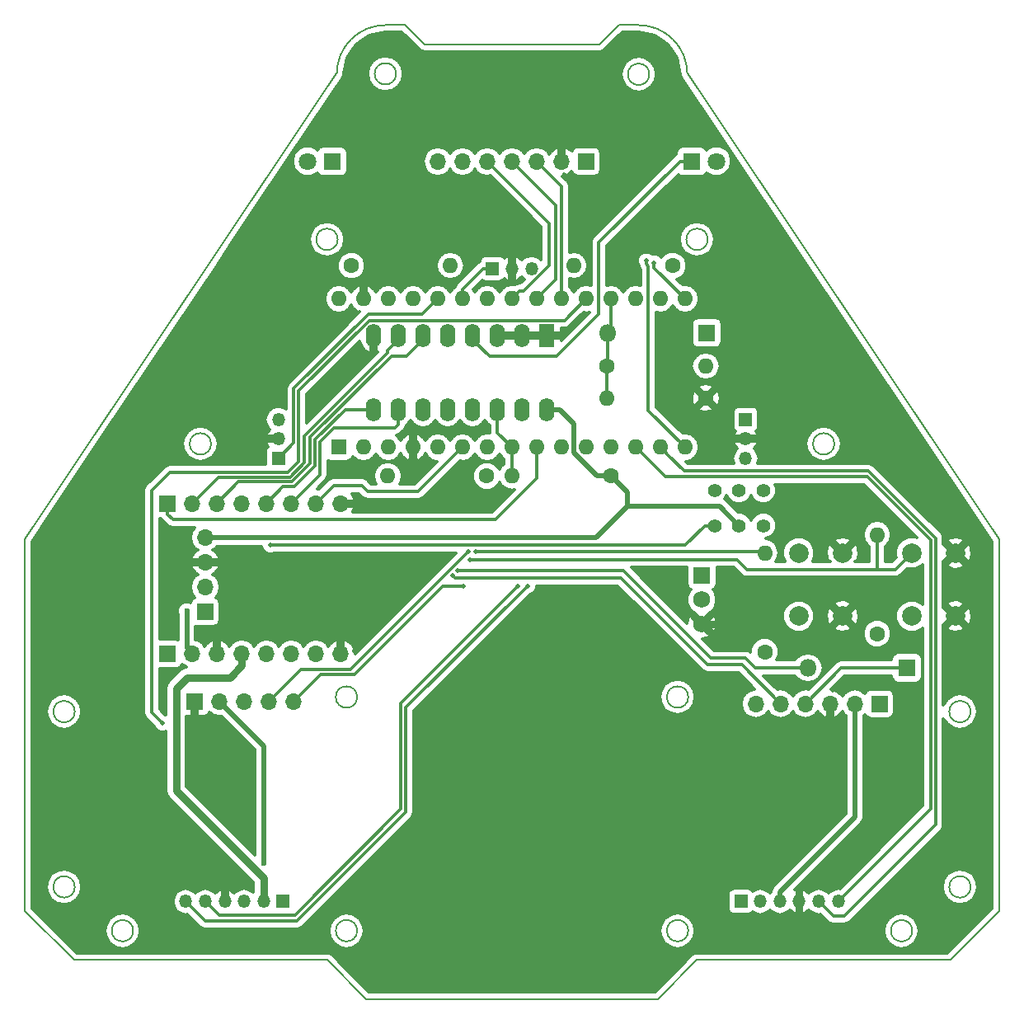
<source format=gbl>
G04 #@! TF.FileFunction,Copper,L2,Bot,Signal*
%FSLAX46Y46*%
G04 Gerber Fmt 4.6, Leading zero omitted, Abs format (unit mm)*
G04 Created by KiCad (PCBNEW 4.0.7) date 07/12/18 19:39:05*
%MOMM*%
%LPD*%
G01*
G04 APERTURE LIST*
%ADD10C,0.100000*%
%ADD11C,0.150000*%
%ADD12R,1.600000X1.600000*%
%ADD13O,1.600000X1.600000*%
%ADD14R,1.700000X1.700000*%
%ADD15O,1.700000X1.700000*%
%ADD16R,1.800000X1.800000*%
%ADD17C,1.800000*%
%ADD18O,1.800000X1.800000*%
%ADD19R,1.750000X1.750000*%
%ADD20C,1.750000*%
%ADD21C,1.600000*%
%ADD22C,1.400000*%
%ADD23R,1.600000X2.400000*%
%ADD24O,1.600000X2.400000*%
%ADD25C,2.000000*%
%ADD26R,1.350000X1.350000*%
%ADD27O,1.350000X1.350000*%
%ADD28C,0.500000*%
%ADD29C,0.600000*%
%ADD30C,0.304800*%
%ADD31C,0.800000*%
%ADD32C,0.500000*%
G04 APERTURE END LIST*
D10*
D11*
X61000000Y100000000D02*
X63000000Y100000000D01*
X37000000Y100000000D02*
X39000000Y100000000D01*
X59000000Y98000000D02*
X61000000Y100000000D01*
X41000000Y98000000D02*
X59000000Y98000000D01*
X39000000Y100000000D02*
X41000000Y98000000D01*
X100000000Y47200000D02*
X68000000Y95000000D01*
X68000000Y95000000D02*
G75*
G03X63000000Y100000000I-5000000J0D01*
G01*
X32000000Y95000000D02*
X0Y47200000D01*
X37000000Y100000000D02*
G75*
G03X32000000Y95000000I0J-5000000D01*
G01*
X83100000Y57000000D02*
G75*
G03X83100000Y57000000I-1100000J0D01*
G01*
X19100000Y57000000D02*
G75*
G03X19100000Y57000000I-1100000J0D01*
G01*
X70100000Y78000000D02*
G75*
G03X70100000Y78000000I-1100000J0D01*
G01*
X32100000Y78000000D02*
G75*
G03X32100000Y78000000I-1100000J0D01*
G01*
X64100000Y94950000D02*
G75*
G03X64100000Y94950000I-1100000J0D01*
G01*
X38100000Y95000000D02*
G75*
G03X38100000Y95000000I-1100000J0D01*
G01*
X34100000Y31000000D02*
G75*
G03X34100000Y31000000I-1100000J0D01*
G01*
X68100000Y31000000D02*
G75*
G03X68100000Y31000000I-1100000J0D01*
G01*
X68100000Y7000000D02*
G75*
G03X68100000Y7000000I-1100000J0D01*
G01*
X34100000Y7000000D02*
G75*
G03X34100000Y7000000I-1100000J0D01*
G01*
X91100000Y7000000D02*
G75*
G03X91100000Y7000000I-1100000J0D01*
G01*
X11100000Y7000000D02*
G75*
G03X11100000Y7000000I-1100000J0D01*
G01*
X95000000Y4000000D02*
X100000000Y9000000D01*
X69000000Y4000000D02*
X95000000Y4000000D01*
X65000000Y0D02*
X69000000Y4000000D01*
X35000000Y0D02*
X65000000Y0D01*
X5000000Y4000000D02*
X0Y9000000D01*
X31000000Y4000000D02*
X5000000Y4000000D01*
X35000000Y0D02*
X31000000Y4000000D01*
X97100000Y29500000D02*
G75*
G03X97100000Y29500000I-1100000J0D01*
G01*
X97100000Y11500000D02*
G75*
G03X97100000Y11500000I-1100000J0D01*
G01*
X5100000Y11500000D02*
G75*
G03X5100000Y11500000I-1100000J0D01*
G01*
X5100000Y29500000D02*
G75*
G03X5100000Y29500000I-1100000J0D01*
G01*
X0Y47200000D02*
X0Y9000000D01*
X100000000Y9000000D02*
X100000000Y47200000D01*
D12*
X32220000Y56660000D03*
D13*
X65240000Y71900000D03*
X34760000Y56660000D03*
X62700000Y71900000D03*
X37300000Y56660000D03*
X60160000Y71900000D03*
X39840000Y56660000D03*
X57620000Y71900000D03*
X42380000Y56660000D03*
X55080000Y71900000D03*
X44920000Y56660000D03*
X52540000Y71900000D03*
X47460000Y56660000D03*
X50000000Y71900000D03*
X50000000Y56660000D03*
X47460000Y71900000D03*
X52540000Y56660000D03*
X44920000Y71900000D03*
X55080000Y56660000D03*
X42380000Y71900000D03*
X57620000Y56660000D03*
X39840000Y71900000D03*
X60160000Y56660000D03*
X37300000Y71900000D03*
X62700000Y56660000D03*
X34760000Y71900000D03*
X65240000Y56660000D03*
X32220000Y71900000D03*
X67780000Y56660000D03*
X67780000Y71900000D03*
D14*
X14635931Y35430000D03*
D15*
X17175931Y35430000D03*
X19715931Y35430000D03*
X22255931Y35430000D03*
X24795931Y35430000D03*
X27335931Y35430000D03*
X29875931Y35430000D03*
X32415931Y35430000D03*
D16*
X31540000Y86000000D03*
D17*
X29000000Y86000000D03*
D16*
X68460000Y86000000D03*
D17*
X71000000Y86000000D03*
D16*
X70000000Y68400000D03*
D18*
X59840000Y68400000D03*
D19*
X69500000Y43500000D03*
D20*
X69500000Y41000000D03*
X69500000Y38500000D03*
D21*
X33500000Y75300000D03*
D13*
X43660000Y75300000D03*
D21*
X66500000Y75300000D03*
D13*
X56340000Y75300000D03*
D21*
X75950000Y35640000D03*
D13*
X75950000Y45800000D03*
D21*
X87500000Y37500000D03*
D13*
X87500000Y47660000D03*
D21*
X59740000Y65000000D03*
D13*
X69900000Y65000000D03*
D21*
X69900000Y61700000D03*
D13*
X59740000Y61700000D03*
D22*
X75800000Y48600000D03*
X75800000Y52200000D03*
X73300000Y48600000D03*
X70800000Y48600000D03*
X70800000Y52200000D03*
X73300000Y52200000D03*
D23*
X53580000Y68120000D03*
D24*
X35800000Y60500000D03*
X51040000Y68120000D03*
X38340000Y60500000D03*
X48500000Y68120000D03*
X40880000Y60500000D03*
X45960000Y68120000D03*
X43420000Y60500000D03*
X43420000Y68120000D03*
X45960000Y60500000D03*
X40880000Y68120000D03*
X48500000Y60500000D03*
X38340000Y68120000D03*
X51040000Y60500000D03*
X35800000Y68120000D03*
X53580000Y60500000D03*
D25*
X83950000Y39300000D03*
X79450000Y39300000D03*
X83950000Y45800000D03*
X79450000Y45800000D03*
X95550000Y39300000D03*
X91050000Y39300000D03*
X95550000Y45800000D03*
X91050000Y45800000D03*
D14*
X14635931Y50880839D03*
D15*
X17175931Y50880839D03*
X19715931Y50880839D03*
X22255931Y50880839D03*
X24795931Y50880839D03*
X27335931Y50880839D03*
X29875931Y50880839D03*
X32415931Y50880839D03*
D14*
X18500000Y39760000D03*
D15*
X18500000Y42300000D03*
X18500000Y44840000D03*
X18500000Y47380000D03*
D14*
X87740000Y30300000D03*
D15*
X85200000Y30300000D03*
X82660000Y30300000D03*
X80120000Y30300000D03*
X77580000Y30300000D03*
X75040000Y30300000D03*
D14*
X17420000Y30500000D03*
D15*
X19960000Y30500000D03*
X22500000Y30500000D03*
X25040000Y30500000D03*
X27580000Y30500000D03*
D26*
X26500000Y10000000D03*
D27*
X24500000Y10000000D03*
X22500000Y10000000D03*
X20500000Y10000000D03*
X18500000Y10000000D03*
X16500000Y10000000D03*
D26*
X73500000Y10000000D03*
D27*
X75500000Y10000000D03*
X77500000Y10000000D03*
X79500000Y10000000D03*
X81500000Y10000000D03*
X83500000Y10000000D03*
D26*
X26000000Y55500000D03*
D27*
X26000000Y57500000D03*
X26000000Y59500000D03*
D26*
X48000000Y75000000D03*
D27*
X50000000Y75000000D03*
X52000000Y75000000D03*
D26*
X74000000Y59500000D03*
D27*
X74000000Y57500000D03*
X74000000Y55500000D03*
D14*
X57620000Y86000000D03*
D15*
X55080000Y86000000D03*
X52540000Y86000000D03*
X50000000Y86000000D03*
X47460000Y86000000D03*
X44920000Y86000000D03*
X42380000Y86000000D03*
D21*
X47400000Y53700000D03*
D13*
X37240000Y53700000D03*
D21*
X60160000Y53700000D03*
D13*
X50000000Y53700000D03*
D16*
X90560000Y34000000D03*
D18*
X80400000Y34000000D03*
D28*
X43924764Y43472826D03*
X44448643Y43996706D03*
D29*
X77000000Y13454594D03*
X12200000Y10600000D03*
X15600000Y6500000D03*
X40100000Y51100000D03*
X76300000Y39700000D03*
X24000000Y44400000D03*
X32400000Y44400000D03*
X93400000Y50500000D03*
X88800000Y56800000D03*
X82100000Y62600000D03*
X77900000Y69200000D03*
X74700000Y78100000D03*
X67300000Y82900000D03*
X63600000Y87700000D03*
X48500000Y80200000D03*
X41400000Y80200000D03*
X38000000Y85700000D03*
X39900000Y90900000D03*
X46500000Y91500000D03*
X55100000Y91500000D03*
X27500000Y73700000D03*
X22300000Y68400000D03*
X15700000Y62300000D03*
X8100000Y50000000D03*
X7200000Y41300000D03*
X9100000Y32600000D03*
X14200000Y32600000D03*
X41600000Y9100000D03*
X57700000Y9100000D03*
X48800000Y18000000D03*
X41700000Y25100000D03*
X51800000Y35100000D03*
X60000000Y26900000D03*
X65400000Y21500000D03*
X77000000Y21400000D03*
D28*
X14100000Y28300000D03*
X63800000Y75800000D03*
D29*
X24500000Y13900000D03*
X42000000Y47380000D03*
X16600000Y39800000D03*
D28*
X64600000Y75600000D03*
X45500000Y45900000D03*
X45000000Y42400000D03*
X25200000Y46600000D03*
X46300000Y45900000D03*
X45700000Y45100000D03*
X51600000Y42400000D03*
X50600000Y42400000D03*
D30*
X61177173Y43222827D02*
X70100000Y34300000D01*
X70100000Y34300000D02*
X73580000Y34300000D01*
X43924764Y43472826D02*
X44174763Y43222827D01*
X44174763Y43222827D02*
X61177173Y43222827D01*
X77580000Y30300000D02*
X73580000Y34300000D01*
X80400000Y34000000D02*
X75000000Y34000000D01*
X75000000Y34000000D02*
X74000000Y35000000D01*
X74000000Y35000000D02*
X70400000Y35000000D01*
X61403294Y43996706D02*
X70400000Y35000000D01*
X44448643Y43996706D02*
X61403294Y43996706D01*
X60160000Y71900000D02*
X60160000Y68720000D01*
X60160000Y68720000D02*
X59840000Y68400000D01*
X59740000Y65000000D02*
X59740000Y63868630D01*
X59740000Y63868630D02*
X59740000Y61700000D01*
X59840000Y68400000D02*
X59840000Y65100000D01*
X59840000Y65100000D02*
X59740000Y65000000D01*
D31*
X77000000Y13454594D02*
X77000000Y14700000D01*
X15600000Y6500000D02*
X15600000Y7200000D01*
X15600000Y7200000D02*
X12200000Y10600000D01*
X69500000Y38500000D02*
X75100000Y38500000D01*
X75100000Y38500000D02*
X76300000Y39700000D01*
X32400000Y44400000D02*
X24000000Y44400000D01*
X77000000Y21400000D02*
X77000000Y14700000D01*
X88800000Y56800000D02*
X88800000Y55100000D01*
X88800000Y55100000D02*
X93400000Y50500000D01*
X77900000Y69200000D02*
X77900000Y66800000D01*
X77900000Y66800000D02*
X82100000Y62600000D01*
X67300000Y82900000D02*
X69900000Y82900000D01*
X69900000Y82900000D02*
X74700000Y78100000D01*
X55100000Y91500000D02*
X59800000Y91500000D01*
X59800000Y91500000D02*
X63600000Y87700000D01*
X38000000Y85700000D02*
X38000000Y83600000D01*
X38000000Y83600000D02*
X41400000Y80200000D01*
X46500000Y91500000D02*
X40500000Y91500000D01*
X40500000Y91500000D02*
X39900000Y90900000D01*
X55080000Y86000000D02*
X55080000Y91480000D01*
X55080000Y91480000D02*
X55100000Y91500000D01*
X22300000Y68400000D02*
X22300000Y68500000D01*
X22300000Y68500000D02*
X27500000Y73700000D01*
X8100000Y50000000D02*
X8100000Y54700000D01*
X8100000Y54700000D02*
X15700000Y62300000D01*
X9100000Y32600000D02*
X9100000Y39400000D01*
X9100000Y39400000D02*
X7200000Y41300000D01*
X48800000Y18000000D02*
X57700000Y9100000D01*
X51800000Y35100000D02*
X41800000Y25100000D01*
X41800000Y25100000D02*
X41700000Y25100000D01*
X60000000Y26900000D02*
X51800000Y35100000D01*
X77000000Y21400000D02*
X65500000Y21400000D01*
X65500000Y21400000D02*
X65400000Y21500000D01*
D30*
X13000000Y52200000D02*
X13000000Y29400000D01*
X13000000Y29400000D02*
X14100000Y28300000D01*
X14900000Y54100000D02*
X13000000Y52200000D01*
X27000000Y54100000D02*
X14900000Y54100000D01*
X28100000Y55200000D02*
X27000000Y54100000D01*
X28100000Y62449753D02*
X28100000Y55200000D01*
X55392410Y69672410D02*
X35322657Y69672410D01*
X57620000Y71900000D02*
X55392410Y69672410D01*
X35322657Y69672410D02*
X28100000Y62449753D01*
X52540000Y86000000D02*
X55080000Y83460000D01*
X55080000Y83460000D02*
X55080000Y71900000D01*
X53339999Y72699999D02*
X52540000Y71900000D01*
X54504810Y73864810D02*
X53339999Y72699999D01*
X54504810Y81495190D02*
X54504810Y73864810D01*
X50000000Y86000000D02*
X54504810Y81495190D01*
X47400000Y56600000D02*
X47460000Y56660000D01*
X53800000Y79660000D02*
X53800000Y75279446D01*
X53800000Y75279446D02*
X51220553Y72699999D01*
X51220553Y72699999D02*
X50799999Y72699999D01*
X50799999Y72699999D02*
X50000000Y71900000D01*
X47460000Y86000000D02*
X53800000Y79660000D01*
X50000000Y53700000D02*
X50000000Y56660000D01*
X50000000Y56660000D02*
X48500000Y58160000D01*
X48500000Y58160000D02*
X48500000Y60500000D01*
X35241147Y70304810D02*
X27595189Y62658852D01*
X27595189Y62658852D02*
X27595189Y57095189D01*
X40784810Y70304810D02*
X35241147Y70304810D01*
X27595189Y57095189D02*
X26000000Y55500000D01*
X42380000Y71900000D02*
X40784810Y70304810D01*
X48000000Y75000000D02*
X47020200Y75000000D01*
X47020200Y75000000D02*
X44920000Y72899800D01*
X44920000Y72899800D02*
X44920000Y71900000D01*
X64000000Y75246447D02*
X64000000Y60440000D01*
X64000000Y60440000D02*
X67780000Y56660000D01*
X63800000Y75800000D02*
X63800000Y75446447D01*
X63800000Y75446447D02*
X64000000Y75246447D01*
D32*
X77500000Y10000000D02*
X77500000Y10954594D01*
X77500000Y10954594D02*
X85200000Y18654594D01*
X85200000Y18654594D02*
X85200000Y19700000D01*
X85200000Y19700000D02*
X85200000Y30300000D01*
X24500000Y25960000D02*
X24500000Y13900000D01*
X58609998Y47380000D02*
X42000000Y47380000D01*
X42000000Y47380000D02*
X18500000Y47380000D01*
X61829998Y50600000D02*
X58609998Y47380000D01*
X60160000Y53700000D02*
X58729998Y53700000D01*
X58729998Y53700000D02*
X56330001Y56099997D01*
X73300000Y48600000D02*
X71300000Y50600000D01*
X61829998Y50600000D02*
X61829998Y52030002D01*
X71300000Y50600000D02*
X61829998Y50600000D01*
X61829998Y52030002D02*
X60160000Y53700000D01*
X16600000Y39800000D02*
X16600000Y36005931D01*
X16600000Y36005931D02*
X17175931Y35430000D01*
X53580000Y60500000D02*
X54880000Y60500000D01*
X54880000Y60500000D02*
X56330001Y59049999D01*
X56330001Y59049999D02*
X56330001Y56099997D01*
X24500000Y25960000D02*
X19960000Y30500000D01*
D30*
X64600000Y75600000D02*
X64600000Y75080000D01*
X64600000Y75080000D02*
X67780000Y71900000D01*
X14635931Y50880839D02*
X14635931Y49726039D01*
X14635931Y49726039D02*
X15161970Y49200000D01*
X15161970Y49200000D02*
X48300000Y49200000D01*
X48300000Y49200000D02*
X52540000Y53440000D01*
X52540000Y53440000D02*
X52540000Y56660000D01*
X35200000Y52100000D02*
X34600000Y52700000D01*
X34600000Y52700000D02*
X31695092Y52700000D01*
X40360000Y52100000D02*
X35200000Y52100000D01*
X44920000Y56660000D02*
X40360000Y52100000D01*
X31695092Y52700000D02*
X29875931Y50880839D01*
X25889999Y31349999D02*
X25040000Y30500000D01*
X28344811Y33804811D02*
X25889999Y31349999D01*
X33404811Y33804811D02*
X28344811Y33804811D01*
X45500000Y45900000D02*
X33404811Y33804811D01*
X33800000Y33300000D02*
X30380000Y33300000D01*
X30380000Y33300000D02*
X27580000Y30500000D01*
X42900000Y42400000D02*
X33800000Y33300000D01*
X45000000Y42400000D02*
X42900000Y42400000D01*
X45960000Y68120000D02*
X45960000Y67720000D01*
X58900000Y70300000D02*
X58900000Y77644800D01*
X45960000Y67720000D02*
X47680000Y66000000D01*
X67255200Y86000000D02*
X68460000Y86000000D01*
X47680000Y66000000D02*
X54600000Y66000000D01*
X54600000Y66000000D02*
X58900000Y70300000D01*
X58900000Y77644800D02*
X67255200Y86000000D01*
D31*
X22255931Y35430000D02*
X22255931Y34227919D01*
X24500000Y12400000D02*
X24500000Y10000000D01*
X22255931Y34227919D02*
X21028012Y33000000D01*
X21028012Y33000000D02*
X16600000Y33000000D01*
X16600000Y33000000D02*
X15500000Y31900000D01*
X15500000Y31900000D02*
X15500000Y21400000D01*
X15500000Y21400000D02*
X24500000Y12400000D01*
D30*
X28700000Y57786090D02*
X37235200Y66321290D01*
X17175931Y50880839D02*
X19890282Y53595190D01*
X38340000Y67720000D02*
X38340000Y68120000D01*
X37235200Y66615200D02*
X38340000Y67720000D01*
X37235200Y66321290D02*
X37235200Y66615200D01*
X28700000Y55086090D02*
X28700000Y57786090D01*
X19890282Y53595190D02*
X27209100Y53595190D01*
X27209100Y53595190D02*
X28700000Y55086090D01*
X29290380Y54962560D02*
X29290380Y57662560D01*
X29290380Y57662560D02*
X37627820Y66000000D01*
X40880000Y67720000D02*
X40880000Y68120000D01*
X21925471Y53090379D02*
X27418200Y53090380D01*
X37627820Y66000000D02*
X39160000Y66000000D01*
X27418200Y53090380D02*
X29290380Y54962560D01*
X19715931Y50880839D02*
X21925471Y53090379D01*
X39160000Y66000000D02*
X40880000Y67720000D01*
X67810051Y46600000D02*
X25200000Y46600000D01*
X70800000Y48600000D02*
X69810051Y48600000D01*
X69810051Y48600000D02*
X67810051Y46600000D01*
X34695200Y60500000D02*
X35800000Y60500000D01*
X29795191Y57409101D02*
X32886090Y60500000D01*
X26500661Y52585569D02*
X27627300Y52585570D01*
X24795931Y50880839D02*
X26500661Y52585569D01*
X32886090Y60500000D02*
X34695200Y60500000D01*
X27627300Y52585570D02*
X29795191Y54753461D01*
X29795191Y54753461D02*
X29795191Y57409101D01*
X30300000Y57200000D02*
X30300000Y53844908D01*
X30300000Y53844908D02*
X27335931Y50880839D01*
X31700000Y58600000D02*
X30300000Y57200000D01*
X37944800Y58600000D02*
X31700000Y58600000D01*
X38340000Y60500000D02*
X38340000Y58995200D01*
X38340000Y58995200D02*
X37944800Y58600000D01*
X46300000Y45900000D02*
X75850000Y45900000D01*
X75850000Y45900000D02*
X75950000Y45800000D01*
X74100000Y44100000D02*
X87500000Y44100000D01*
X87500000Y44100000D02*
X89350000Y44100000D01*
X87500000Y47660000D02*
X87500000Y46528630D01*
X87500000Y46528630D02*
X87500000Y44100000D01*
X45700000Y45100000D02*
X73100000Y45100000D01*
X73100000Y45100000D02*
X74100000Y44100000D01*
X89350000Y44100000D02*
X91050000Y45800000D01*
X51600000Y42400000D02*
X39100000Y29900000D01*
X39100000Y29900000D02*
X39100000Y19200000D01*
X39100000Y19200000D02*
X27900000Y8000000D01*
X27900000Y8000000D02*
X18500000Y8000000D01*
X18500000Y8000000D02*
X16500000Y10000000D01*
X50600000Y42400000D02*
X38595189Y30395189D01*
X38595189Y30395189D02*
X38595189Y19495189D01*
X38595189Y19495189D02*
X27700000Y8600000D01*
X27700000Y8600000D02*
X19900000Y8600000D01*
X19900000Y8600000D02*
X18500000Y10000000D01*
X89200000Y15700000D02*
X83500000Y10000000D01*
X62700000Y56660000D02*
X65760000Y53600000D01*
X65760000Y53600000D02*
X86500000Y53600000D01*
X86500000Y53600000D02*
X93000000Y47100000D01*
X93000000Y47100000D02*
X93000000Y19500000D01*
X93000000Y19500000D02*
X89200000Y15700000D01*
X66039999Y55860001D02*
X65240000Y56660000D01*
X67700000Y54200000D02*
X66039999Y55860001D01*
X86613910Y54200000D02*
X67700000Y54200000D01*
X93504811Y47309099D02*
X86613910Y54200000D01*
X93504811Y17904811D02*
X93504811Y47309099D01*
X83000000Y8500000D02*
X84100000Y8500000D01*
X81500000Y10000000D02*
X83000000Y8500000D01*
X84100000Y8500000D02*
X93504811Y17904811D01*
X90560000Y34000000D02*
X83820000Y34000000D01*
X83820000Y34000000D02*
X80120000Y30300000D01*
G36*
X40479994Y97479994D02*
X40718574Y97320579D01*
X40765266Y97311292D01*
X41000000Y97264600D01*
X59000000Y97264600D01*
X59281426Y97320579D01*
X59520006Y97479994D01*
X61304612Y99264600D01*
X62927567Y99264600D01*
X64626479Y98926666D01*
X66005340Y98005340D01*
X66926666Y96626478D01*
X67278730Y94856531D01*
X67278858Y94856223D01*
X67278858Y94855894D01*
X67333582Y94724107D01*
X67388537Y94591434D01*
X67388771Y94591200D01*
X67388898Y94590894D01*
X99264600Y46976564D01*
X99264600Y9304612D01*
X94695388Y4735400D01*
X69000000Y4735400D01*
X68765266Y4688708D01*
X68718574Y4679421D01*
X68479993Y4520006D01*
X64695388Y735400D01*
X35304613Y735400D01*
X31520006Y4520006D01*
X31281426Y4679421D01*
X31000000Y4735400D01*
X5304612Y4735400D01*
X3040012Y7000000D01*
X8164600Y7000000D01*
X8304312Y6297623D01*
X8702176Y5702176D01*
X9297623Y5304312D01*
X10000000Y5164600D01*
X10702377Y5304312D01*
X11297824Y5702176D01*
X11695688Y6297623D01*
X11835400Y7000000D01*
X31164600Y7000000D01*
X31304312Y6297623D01*
X31702176Y5702176D01*
X32297623Y5304312D01*
X33000000Y5164600D01*
X33702377Y5304312D01*
X34297824Y5702176D01*
X34695688Y6297623D01*
X34835400Y7000000D01*
X65164600Y7000000D01*
X65304312Y6297623D01*
X65702176Y5702176D01*
X66297623Y5304312D01*
X67000000Y5164600D01*
X67702377Y5304312D01*
X68297824Y5702176D01*
X68695688Y6297623D01*
X68835400Y7000000D01*
X88164600Y7000000D01*
X88304312Y6297623D01*
X88702176Y5702176D01*
X89297623Y5304312D01*
X90000000Y5164600D01*
X90702377Y5304312D01*
X91297824Y5702176D01*
X91695688Y6297623D01*
X91835400Y7000000D01*
X91695688Y7702377D01*
X91297824Y8297824D01*
X90702377Y8695688D01*
X90000000Y8835400D01*
X89297623Y8695688D01*
X88702176Y8297824D01*
X88304312Y7702377D01*
X88164600Y7000000D01*
X68835400Y7000000D01*
X68695688Y7702377D01*
X68297824Y8297824D01*
X67702377Y8695688D01*
X67000000Y8835400D01*
X66297623Y8695688D01*
X65702176Y8297824D01*
X65304312Y7702377D01*
X65164600Y7000000D01*
X34835400Y7000000D01*
X34695688Y7702377D01*
X34297824Y8297824D01*
X33702377Y8695688D01*
X33000000Y8835400D01*
X32297623Y8695688D01*
X31702176Y8297824D01*
X31304312Y7702377D01*
X31164600Y7000000D01*
X11835400Y7000000D01*
X11695688Y7702377D01*
X11297824Y8297824D01*
X10702377Y8695688D01*
X10000000Y8835400D01*
X9297623Y8695688D01*
X8702176Y8297824D01*
X8304312Y7702377D01*
X8164600Y7000000D01*
X3040012Y7000000D01*
X735400Y9304612D01*
X735400Y11500000D01*
X2164600Y11500000D01*
X2304312Y10797623D01*
X2702176Y10202176D01*
X3297623Y9804312D01*
X4000000Y9664600D01*
X4702377Y9804312D01*
X5297824Y10202176D01*
X5695688Y10797623D01*
X5835400Y11500000D01*
X5695688Y12202377D01*
X5297824Y12797824D01*
X4702377Y13195688D01*
X4000000Y13335400D01*
X3297623Y13195688D01*
X2702176Y12797824D01*
X2304312Y12202377D01*
X2164600Y11500000D01*
X735400Y11500000D01*
X735400Y29500000D01*
X2164600Y29500000D01*
X2304312Y28797623D01*
X2702176Y28202176D01*
X3297623Y27804312D01*
X4000000Y27664600D01*
X4702377Y27804312D01*
X5297824Y28202176D01*
X5695688Y28797623D01*
X5835400Y29500000D01*
X5695688Y30202377D01*
X5297824Y30797824D01*
X4702377Y31195688D01*
X4000000Y31335400D01*
X3297623Y31195688D01*
X2702176Y30797824D01*
X2304312Y30202377D01*
X2164600Y29500000D01*
X735400Y29500000D01*
X735400Y46976564D01*
X4232260Y52200000D01*
X12187200Y52200000D01*
X12187200Y29400000D01*
X12248835Y29090140D01*
X12249071Y29088955D01*
X12425264Y28825264D01*
X13230717Y28019811D01*
X13327750Y27784973D01*
X13583626Y27528650D01*
X13918116Y27389758D01*
X14280295Y27389442D01*
X14439600Y27455265D01*
X14439600Y21400000D01*
X14520318Y20994202D01*
X14750184Y20650184D01*
X23439600Y11960768D01*
X23439600Y10973552D01*
X23011035Y11259911D01*
X22500000Y11361562D01*
X21988965Y11259911D01*
X21555730Y10970432D01*
X21497554Y10883366D01*
X21489520Y10896771D01*
X21071018Y11207181D01*
X20949832Y11257356D01*
X20747600Y11143808D01*
X20747600Y10247600D01*
X20767600Y10247600D01*
X20767600Y9752400D01*
X20747600Y9752400D01*
X20747600Y9732400D01*
X20252400Y9732400D01*
X20252400Y9752400D01*
X20232400Y9752400D01*
X20232400Y10247600D01*
X20252400Y10247600D01*
X20252400Y11143808D01*
X20050168Y11257356D01*
X19928982Y11207181D01*
X19510480Y10896771D01*
X19502446Y10883366D01*
X19444270Y10970432D01*
X19011035Y11259911D01*
X18500000Y11361562D01*
X17988965Y11259911D01*
X17555730Y10970432D01*
X17500000Y10887026D01*
X17444270Y10970432D01*
X17011035Y11259911D01*
X16500000Y11361562D01*
X15988965Y11259911D01*
X15555730Y10970432D01*
X15266251Y10537197D01*
X15164600Y10026162D01*
X15164600Y9973838D01*
X15266251Y9462803D01*
X15555730Y9029568D01*
X15988965Y8740089D01*
X16500000Y8638438D01*
X16676902Y8673626D01*
X17925264Y7425264D01*
X18188955Y7249071D01*
X18500000Y7187200D01*
X27900000Y7187200D01*
X28211045Y7249071D01*
X28474736Y7425264D01*
X39674736Y18625264D01*
X39850929Y18888955D01*
X39912800Y19200000D01*
X39912800Y29563328D01*
X41349472Y31000000D01*
X65164600Y31000000D01*
X65304312Y30297623D01*
X65702176Y29702176D01*
X66297623Y29304312D01*
X67000000Y29164600D01*
X67702377Y29304312D01*
X68297824Y29702176D01*
X68695688Y30297623D01*
X68835400Y31000000D01*
X68695688Y31702377D01*
X68297824Y32297824D01*
X67702377Y32695688D01*
X67000000Y32835400D01*
X66297623Y32695688D01*
X65702176Y32297824D01*
X65304312Y31702377D01*
X65164600Y31000000D01*
X41349472Y31000000D01*
X51880191Y41530718D01*
X52115027Y41627750D01*
X52371350Y41883626D01*
X52510242Y42218116D01*
X52510409Y42410027D01*
X60840501Y42410027D01*
X69525264Y33725264D01*
X69788955Y33549071D01*
X70100000Y33487200D01*
X73243328Y33487200D01*
X74915335Y31815193D01*
X74461995Y31725018D01*
X73971986Y31397604D01*
X73644572Y30907595D01*
X73529600Y30329590D01*
X73529600Y30270410D01*
X73644572Y29692405D01*
X73971986Y29202396D01*
X74461995Y28874982D01*
X75040000Y28760010D01*
X75618005Y28874982D01*
X76108014Y29202396D01*
X76310000Y29504689D01*
X76511986Y29202396D01*
X77001995Y28874982D01*
X77580000Y28760010D01*
X78158005Y28874982D01*
X78648014Y29202396D01*
X78850000Y29504689D01*
X79051986Y29202396D01*
X79541995Y28874982D01*
X80120000Y28760010D01*
X80698005Y28874982D01*
X81188014Y29202396D01*
X81399809Y29519370D01*
X81518948Y29310370D01*
X81984520Y28949039D01*
X82182366Y28867110D01*
X82412400Y28977681D01*
X82412400Y30052400D01*
X82392400Y30052400D01*
X82392400Y30547600D01*
X82412400Y30547600D01*
X82412400Y30567600D01*
X82907600Y30567600D01*
X82907600Y30547600D01*
X82927600Y30547600D01*
X82927600Y30052400D01*
X82907600Y30052400D01*
X82907600Y28977681D01*
X83137634Y28867110D01*
X83335480Y28949039D01*
X83801052Y29310370D01*
X83920191Y29519370D01*
X84131986Y29202396D01*
X84289600Y29097082D01*
X84289600Y19031694D01*
X76856250Y11598344D01*
X76658900Y11302989D01*
X76598425Y10998960D01*
X76555730Y10970432D01*
X76500000Y10887026D01*
X76444270Y10970432D01*
X76011035Y11259911D01*
X75500000Y11361562D01*
X74988965Y11259911D01*
X74705338Y11070397D01*
X74657654Y11144499D01*
X74436966Y11295288D01*
X74175000Y11348338D01*
X72825000Y11348338D01*
X72580270Y11302289D01*
X72355501Y11157654D01*
X72204712Y10936966D01*
X72151662Y10675000D01*
X72151662Y9325000D01*
X72197711Y9080270D01*
X72342346Y8855501D01*
X72563034Y8704712D01*
X72825000Y8651662D01*
X74175000Y8651662D01*
X74419730Y8697711D01*
X74644499Y8842346D01*
X74704501Y8930162D01*
X74988965Y8740089D01*
X75500000Y8638438D01*
X76011035Y8740089D01*
X76444270Y9029568D01*
X76500000Y9112974D01*
X76555730Y9029568D01*
X76988965Y8740089D01*
X77500000Y8638438D01*
X78011035Y8740089D01*
X78444270Y9029568D01*
X78502446Y9116634D01*
X78510480Y9103229D01*
X78928982Y8792819D01*
X79050168Y8742644D01*
X79252400Y8856192D01*
X79252400Y9752400D01*
X79232400Y9752400D01*
X79232400Y10247600D01*
X79252400Y10247600D01*
X79252400Y11143808D01*
X79075845Y11242939D01*
X85843750Y18010844D01*
X86041100Y18306199D01*
X86110400Y18654594D01*
X86110400Y29097082D01*
X86265599Y29200782D01*
X86407346Y28980501D01*
X86628034Y28829712D01*
X86890000Y28776662D01*
X88590000Y28776662D01*
X88834730Y28822711D01*
X89059499Y28967346D01*
X89210288Y29188034D01*
X89263338Y29450000D01*
X89263338Y31150000D01*
X89217289Y31394730D01*
X89072654Y31619499D01*
X88851966Y31770288D01*
X88590000Y31823338D01*
X86890000Y31823338D01*
X86645270Y31777289D01*
X86420501Y31632654D01*
X86269712Y31411966D01*
X86266948Y31398316D01*
X85778005Y31725018D01*
X85200000Y31839990D01*
X84621995Y31725018D01*
X84131986Y31397604D01*
X83920191Y31080630D01*
X83801052Y31289630D01*
X83335480Y31650961D01*
X83137634Y31732890D01*
X82907602Y31622320D01*
X82907602Y31810400D01*
X82779872Y31810400D01*
X84156673Y33187200D01*
X88986662Y33187200D01*
X88986662Y33100000D01*
X89032711Y32855270D01*
X89177346Y32630501D01*
X89398034Y32479712D01*
X89660000Y32426662D01*
X91460000Y32426662D01*
X91704730Y32472711D01*
X91929499Y32617346D01*
X92080288Y32838034D01*
X92133338Y33100000D01*
X92133338Y34900000D01*
X92087289Y35144730D01*
X91942654Y35369499D01*
X91721966Y35520288D01*
X91460000Y35573338D01*
X89660000Y35573338D01*
X89415270Y35527289D01*
X89190501Y35382654D01*
X89039712Y35161966D01*
X88986662Y34900000D01*
X88986662Y34812800D01*
X83820000Y34812800D01*
X83508955Y34750929D01*
X83245263Y34574736D01*
X80445727Y31775199D01*
X80120000Y31839990D01*
X79541995Y31725018D01*
X79051986Y31397604D01*
X78850000Y31095311D01*
X78648014Y31397604D01*
X78158005Y31725018D01*
X77580000Y31839990D01*
X77254274Y31775199D01*
X75842272Y33187200D01*
X79071908Y33187200D01*
X79266061Y32896631D01*
X79772291Y32558378D01*
X80369430Y32439600D01*
X80430570Y32439600D01*
X81027709Y32558378D01*
X81533939Y32896631D01*
X81872192Y33402861D01*
X81990970Y34000000D01*
X81872192Y34597139D01*
X81533939Y35103369D01*
X81027709Y35441622D01*
X80430570Y35560400D01*
X80369430Y35560400D01*
X79772291Y35441622D01*
X79266061Y35103369D01*
X79071908Y34812800D01*
X77187814Y34812800D01*
X77410146Y35348234D01*
X77410653Y35929217D01*
X77188789Y36466169D01*
X76778330Y36877345D01*
X76241766Y37100146D01*
X75660783Y37100653D01*
X75123831Y36878789D01*
X74712655Y36468330D01*
X74489854Y35931766D01*
X74489592Y35631627D01*
X74311045Y35750929D01*
X74000000Y35812800D01*
X70736673Y35812800D01*
X69585625Y36963848D01*
X69986364Y37011989D01*
X70208271Y37103906D01*
X70247858Y37210783D01*
X86039347Y37210783D01*
X86261211Y36673831D01*
X86671670Y36262655D01*
X87208234Y36039854D01*
X87789217Y36039347D01*
X88326169Y36261211D01*
X88737345Y36671670D01*
X88960146Y37208234D01*
X88960653Y37789217D01*
X88738789Y38326169D01*
X88328330Y38737345D01*
X87791766Y38960146D01*
X87210783Y38960653D01*
X86673831Y38738789D01*
X86262655Y38328330D01*
X86039854Y37791766D01*
X86039347Y37210783D01*
X70247858Y37210783D01*
X70299538Y37350303D01*
X69500000Y38149841D01*
X69485858Y38135698D01*
X69135699Y38485857D01*
X69149841Y38500000D01*
X69850159Y38500000D01*
X70649697Y37700462D01*
X70896094Y37791729D01*
X71060866Y38379905D01*
X70989836Y38971175D01*
X77789313Y38971175D01*
X78041561Y38360688D01*
X78508231Y37893202D01*
X79118277Y37639889D01*
X79778825Y37639313D01*
X80389312Y37891561D01*
X80556907Y38058864D01*
X83059023Y38058864D01*
X83165934Y37799584D01*
X83799802Y37613747D01*
X84456536Y37684627D01*
X84734066Y37799584D01*
X84840977Y38058864D01*
X83950000Y38949841D01*
X83059023Y38058864D01*
X80556907Y38058864D01*
X80856798Y38358231D01*
X81110111Y38968277D01*
X81110531Y39450198D01*
X82263747Y39450198D01*
X82334627Y38793464D01*
X82449584Y38515934D01*
X82708864Y38409023D01*
X83599841Y39300000D01*
X84300159Y39300000D01*
X85191136Y38409023D01*
X85450416Y38515934D01*
X85636253Y39149802D01*
X85565373Y39806536D01*
X85450416Y40084066D01*
X85191136Y40190977D01*
X84300159Y39300000D01*
X83599841Y39300000D01*
X82708864Y40190977D01*
X82449584Y40084066D01*
X82263747Y39450198D01*
X81110531Y39450198D01*
X81110687Y39628825D01*
X80858439Y40239312D01*
X80557142Y40541136D01*
X83059023Y40541136D01*
X83950000Y39650159D01*
X84840977Y40541136D01*
X84734066Y40800416D01*
X84100198Y40986253D01*
X83443464Y40915373D01*
X83165934Y40800416D01*
X83059023Y40541136D01*
X80557142Y40541136D01*
X80391769Y40706798D01*
X79781723Y40960111D01*
X79121175Y40960687D01*
X78510688Y40708439D01*
X78043202Y40241769D01*
X77789889Y39631723D01*
X77789313Y38971175D01*
X70989836Y38971175D01*
X70988011Y38986364D01*
X70896094Y39208271D01*
X70649697Y39299538D01*
X69850159Y38500000D01*
X69149841Y38500000D01*
X68350303Y39299538D01*
X68103906Y39208271D01*
X67939134Y38620095D01*
X67940466Y38609007D01*
X62262272Y44287200D01*
X67951662Y44287200D01*
X67951662Y42625000D01*
X67997711Y42380270D01*
X68142346Y42155501D01*
X68345314Y42016819D01*
X68199110Y41870870D01*
X67964867Y41306750D01*
X67964334Y40695930D01*
X68197592Y40131402D01*
X68629130Y39699110D01*
X68706816Y39666852D01*
X68700462Y39649697D01*
X69500000Y38850159D01*
X70299538Y39649697D01*
X70293319Y39666487D01*
X70368598Y39697592D01*
X70800890Y40129130D01*
X71035133Y40693250D01*
X71035666Y41304070D01*
X70802408Y41868598D01*
X70652482Y42018786D01*
X70844499Y42142346D01*
X70995288Y42363034D01*
X71048338Y42625000D01*
X71048338Y44287200D01*
X72763328Y44287200D01*
X73525264Y43525263D01*
X73679854Y43421970D01*
X73788955Y43349071D01*
X74100000Y43287200D01*
X89350000Y43287200D01*
X89661045Y43349071D01*
X89924736Y43525264D01*
X90591856Y44192384D01*
X90718277Y44139889D01*
X91378825Y44139313D01*
X91989312Y44391561D01*
X92187200Y44589104D01*
X92187200Y40511025D01*
X91991769Y40706798D01*
X91381723Y40960111D01*
X90721175Y40960687D01*
X90110688Y40708439D01*
X89643202Y40241769D01*
X89389889Y39631723D01*
X89389313Y38971175D01*
X89641561Y38360688D01*
X90108231Y37893202D01*
X90718277Y37639889D01*
X91378825Y37639313D01*
X91989312Y37891561D01*
X92187200Y38089104D01*
X92187200Y19836673D01*
X88625266Y16274738D01*
X88625263Y16274736D01*
X83676902Y11326374D01*
X83500000Y11361562D01*
X82988965Y11259911D01*
X82555730Y10970432D01*
X82500000Y10887026D01*
X82444270Y10970432D01*
X82011035Y11259911D01*
X81500000Y11361562D01*
X80988965Y11259911D01*
X80555730Y10970432D01*
X80497554Y10883366D01*
X80489520Y10896771D01*
X80071018Y11207181D01*
X79949832Y11257356D01*
X79747600Y11143808D01*
X79747600Y10247600D01*
X79767600Y10247600D01*
X79767600Y9752400D01*
X79747600Y9752400D01*
X79747600Y8856192D01*
X79949832Y8742644D01*
X80071018Y8792819D01*
X80489520Y9103229D01*
X80497554Y9116634D01*
X80555730Y9029568D01*
X80988965Y8740089D01*
X81500000Y8638438D01*
X81676902Y8673626D01*
X82425263Y7925264D01*
X82631891Y7787200D01*
X82688955Y7749071D01*
X83000000Y7687200D01*
X84100000Y7687200D01*
X84411045Y7749071D01*
X84674736Y7925264D01*
X88249472Y11500000D01*
X94164600Y11500000D01*
X94304312Y10797623D01*
X94702176Y10202176D01*
X95297623Y9804312D01*
X96000000Y9664600D01*
X96702377Y9804312D01*
X97297824Y10202176D01*
X97695688Y10797623D01*
X97835400Y11500000D01*
X97695688Y12202377D01*
X97297824Y12797824D01*
X96702377Y13195688D01*
X96000000Y13335400D01*
X95297623Y13195688D01*
X94702176Y12797824D01*
X94304312Y12202377D01*
X94164600Y11500000D01*
X88249472Y11500000D01*
X94079547Y17330074D01*
X94255740Y17593766D01*
X94285662Y17744194D01*
X94317611Y17904811D01*
X94317611Y28777720D01*
X94702176Y28202176D01*
X95297623Y27804312D01*
X96000000Y27664600D01*
X96702377Y27804312D01*
X97297824Y28202176D01*
X97695688Y28797623D01*
X97835400Y29500000D01*
X97695688Y30202377D01*
X97297824Y30797824D01*
X96702377Y31195688D01*
X96000000Y31335400D01*
X95297623Y31195688D01*
X94702176Y30797824D01*
X94317611Y30222280D01*
X94317611Y38058864D01*
X94659023Y38058864D01*
X94765934Y37799584D01*
X95399802Y37613747D01*
X96056536Y37684627D01*
X96334066Y37799584D01*
X96440977Y38058864D01*
X95550000Y38949841D01*
X94659023Y38058864D01*
X94317611Y38058864D01*
X94317611Y38417770D01*
X95199841Y39300000D01*
X95900159Y39300000D01*
X96791136Y38409023D01*
X97050416Y38515934D01*
X97236253Y39149802D01*
X97165373Y39806536D01*
X97050416Y40084066D01*
X96791136Y40190977D01*
X95900159Y39300000D01*
X95199841Y39300000D01*
X94317611Y40182230D01*
X94317611Y40541136D01*
X94659023Y40541136D01*
X95550000Y39650159D01*
X96440977Y40541136D01*
X96334066Y40800416D01*
X95700198Y40986253D01*
X95043464Y40915373D01*
X94765934Y40800416D01*
X94659023Y40541136D01*
X94317611Y40541136D01*
X94317611Y44558864D01*
X94659023Y44558864D01*
X94765934Y44299584D01*
X95399802Y44113747D01*
X96056536Y44184627D01*
X96334066Y44299584D01*
X96440977Y44558864D01*
X95550000Y45449841D01*
X94659023Y44558864D01*
X94317611Y44558864D01*
X94317611Y44917770D01*
X95199841Y45800000D01*
X95900159Y45800000D01*
X96791136Y44909023D01*
X97050416Y45015934D01*
X97236253Y45649802D01*
X97165373Y46306536D01*
X97050416Y46584066D01*
X96791136Y46690977D01*
X95900159Y45800000D01*
X95199841Y45800000D01*
X94317611Y46682230D01*
X94317611Y47041136D01*
X94659023Y47041136D01*
X95550000Y46150159D01*
X96440977Y47041136D01*
X96334066Y47300416D01*
X95700198Y47486253D01*
X95043464Y47415373D01*
X94765934Y47300416D01*
X94659023Y47041136D01*
X94317611Y47041136D01*
X94317611Y47309099D01*
X94255740Y47620144D01*
X94209331Y47689600D01*
X94079548Y47883835D01*
X87188646Y54774736D01*
X86924955Y54950929D01*
X86613910Y55012800D01*
X75264652Y55012800D01*
X75361562Y55500000D01*
X75259911Y56011035D01*
X74970432Y56444270D01*
X74883366Y56502446D01*
X74896771Y56510480D01*
X75207181Y56928982D01*
X75236584Y57000000D01*
X80164600Y57000000D01*
X80304312Y56297623D01*
X80702176Y55702176D01*
X81297623Y55304312D01*
X82000000Y55164600D01*
X82702377Y55304312D01*
X83297824Y55702176D01*
X83695688Y56297623D01*
X83835400Y57000000D01*
X83695688Y57702377D01*
X83297824Y58297824D01*
X82702377Y58695688D01*
X82000000Y58835400D01*
X81297623Y58695688D01*
X80702176Y58297824D01*
X80304312Y57702377D01*
X80164600Y57000000D01*
X75236584Y57000000D01*
X75257356Y57050168D01*
X75143808Y57252400D01*
X74247600Y57252400D01*
X74247600Y57232400D01*
X73752400Y57232400D01*
X73752400Y57252400D01*
X72856192Y57252400D01*
X72742644Y57050168D01*
X72792819Y56928982D01*
X73103229Y56510480D01*
X73116634Y56502446D01*
X73029568Y56444270D01*
X72740089Y56011035D01*
X72638438Y55500000D01*
X72735348Y55012800D01*
X68036672Y55012800D01*
X67862144Y55187328D01*
X68338871Y55282155D01*
X68812659Y55598730D01*
X69129234Y56072518D01*
X69240400Y56631389D01*
X69240400Y56688611D01*
X69129234Y57247482D01*
X68812659Y57721270D01*
X68338871Y58037845D01*
X67780000Y58149011D01*
X67496795Y58092678D01*
X65414473Y60175000D01*
X72651662Y60175000D01*
X72651662Y58825000D01*
X72697711Y58580270D01*
X72842346Y58355501D01*
X72949513Y58282277D01*
X72792819Y58071018D01*
X72742644Y57949832D01*
X72856192Y57747600D01*
X73752400Y57747600D01*
X73752400Y57767600D01*
X74247600Y57767600D01*
X74247600Y57747600D01*
X75143808Y57747600D01*
X75257356Y57949832D01*
X75207181Y58071018D01*
X75050701Y58281988D01*
X75144499Y58342346D01*
X75295288Y58563034D01*
X75348338Y58825000D01*
X75348338Y60175000D01*
X75302289Y60419730D01*
X75157654Y60644499D01*
X74936966Y60795288D01*
X74675000Y60848338D01*
X73325000Y60848338D01*
X73080270Y60802289D01*
X72855501Y60657654D01*
X72704712Y60436966D01*
X72651662Y60175000D01*
X65414473Y60175000D01*
X64984182Y60605291D01*
X69155451Y60605291D01*
X69237278Y60366600D01*
X69797995Y60214487D01*
X70374241Y60288529D01*
X70562722Y60366600D01*
X70644549Y60605291D01*
X69900000Y61349841D01*
X69155451Y60605291D01*
X64984182Y60605291D01*
X64812800Y60776672D01*
X64812800Y61802005D01*
X68414487Y61802005D01*
X68488529Y61225759D01*
X68566600Y61037278D01*
X68805291Y60955451D01*
X69549841Y61700000D01*
X70250159Y61700000D01*
X70994709Y60955451D01*
X71233400Y61037278D01*
X71385513Y61597995D01*
X71311471Y62174241D01*
X71233400Y62362722D01*
X70994709Y62444549D01*
X70250159Y61700000D01*
X69549841Y61700000D01*
X68805291Y62444549D01*
X68566600Y62362722D01*
X68414487Y61802005D01*
X64812800Y61802005D01*
X64812800Y62794709D01*
X69155451Y62794709D01*
X69900000Y62050159D01*
X70644549Y62794709D01*
X70562722Y63033400D01*
X70002005Y63185513D01*
X69425759Y63111471D01*
X69237278Y63033400D01*
X69155451Y62794709D01*
X64812800Y62794709D01*
X64812800Y65000000D01*
X68410989Y65000000D01*
X68522155Y64441129D01*
X68838730Y63967341D01*
X69312518Y63650766D01*
X69871389Y63539600D01*
X69928611Y63539600D01*
X70487482Y63650766D01*
X70961270Y63967341D01*
X71277845Y64441129D01*
X71389011Y65000000D01*
X71277845Y65558871D01*
X70961270Y66032659D01*
X70487482Y66349234D01*
X69928611Y66460400D01*
X69871389Y66460400D01*
X69312518Y66349234D01*
X68838730Y66032659D01*
X68522155Y65558871D01*
X68410989Y65000000D01*
X64812800Y65000000D01*
X64812800Y69300000D01*
X68426662Y69300000D01*
X68426662Y67500000D01*
X68472711Y67255270D01*
X68617346Y67030501D01*
X68838034Y66879712D01*
X69100000Y66826662D01*
X70900000Y66826662D01*
X71144730Y66872711D01*
X71369499Y67017346D01*
X71520288Y67238034D01*
X71573338Y67500000D01*
X71573338Y69300000D01*
X71527289Y69544730D01*
X71382654Y69769499D01*
X71161966Y69920288D01*
X70900000Y69973338D01*
X69100000Y69973338D01*
X68855270Y69927289D01*
X68630501Y69782654D01*
X68479712Y69561966D01*
X68426662Y69300000D01*
X64812800Y69300000D01*
X64812800Y70495964D01*
X65240000Y70410989D01*
X65798871Y70522155D01*
X66272659Y70838730D01*
X66510000Y71193936D01*
X66747341Y70838730D01*
X67221129Y70522155D01*
X67780000Y70410989D01*
X68338871Y70522155D01*
X68812659Y70838730D01*
X69129234Y71312518D01*
X69240400Y71871389D01*
X69240400Y71928611D01*
X69129234Y72487482D01*
X68812659Y72961270D01*
X68338871Y73277845D01*
X67780000Y73389011D01*
X67496794Y73332678D01*
X66931383Y73898089D01*
X67326169Y74061211D01*
X67737345Y74471670D01*
X67960146Y75008234D01*
X67960653Y75589217D01*
X67738789Y76126169D01*
X67328330Y76537345D01*
X66791766Y76760146D01*
X66210783Y76760653D01*
X65673831Y76538789D01*
X65310897Y76176488D01*
X65116374Y76371350D01*
X64781884Y76510242D01*
X64419705Y76510558D01*
X64389513Y76498083D01*
X64316374Y76571350D01*
X63981884Y76710242D01*
X63619705Y76710558D01*
X63284973Y76572250D01*
X63028650Y76316374D01*
X62889758Y75981884D01*
X62889442Y75619705D01*
X63011493Y75324318D01*
X63026983Y75246447D01*
X63049071Y75135402D01*
X63187200Y74928678D01*
X63187200Y73292101D01*
X62700000Y73389011D01*
X62141129Y73277845D01*
X61667341Y72961270D01*
X61430000Y72606064D01*
X61192659Y72961270D01*
X60718871Y73277845D01*
X60160000Y73389011D01*
X59712800Y73300058D01*
X59712800Y77308128D01*
X60404672Y78000000D01*
X67164600Y78000000D01*
X67304312Y77297623D01*
X67702176Y76702176D01*
X68297623Y76304312D01*
X69000000Y76164600D01*
X69702377Y76304312D01*
X70297824Y76702176D01*
X70695688Y77297623D01*
X70835400Y78000000D01*
X70695688Y78702377D01*
X70297824Y79297824D01*
X69702377Y79695688D01*
X69000000Y79835400D01*
X68297623Y79695688D01*
X67702176Y79297824D01*
X67304312Y78702377D01*
X67164600Y78000000D01*
X60404672Y78000000D01*
X67060834Y84656161D01*
X67077346Y84630501D01*
X67298034Y84479712D01*
X67560000Y84426662D01*
X69360000Y84426662D01*
X69604730Y84472711D01*
X69829499Y84617346D01*
X69970063Y84823069D01*
X70114950Y84677929D01*
X70688256Y84439871D01*
X71309021Y84439330D01*
X71882741Y84676386D01*
X72322071Y85114950D01*
X72560129Y85688256D01*
X72560670Y86309021D01*
X72323614Y86882741D01*
X71885050Y87322071D01*
X71311744Y87560129D01*
X70690979Y87560670D01*
X70117259Y87323614D01*
X69968036Y87174651D01*
X69842654Y87369499D01*
X69621966Y87520288D01*
X69360000Y87573338D01*
X67560000Y87573338D01*
X67315270Y87527289D01*
X67090501Y87382654D01*
X66939712Y87161966D01*
X66886662Y86900000D01*
X66886662Y86712513D01*
X66680463Y86574736D01*
X58325264Y78219536D01*
X58149071Y77955845D01*
X58087200Y77644800D01*
X58087200Y73296079D01*
X57620000Y73389011D01*
X57061129Y73277845D01*
X56587341Y72961270D01*
X56350000Y72606064D01*
X56112659Y72961270D01*
X55892800Y73108175D01*
X55892800Y73922862D01*
X56311389Y73839600D01*
X56368611Y73839600D01*
X56927482Y73950766D01*
X57401270Y74267341D01*
X57717845Y74741129D01*
X57829011Y75300000D01*
X57717845Y75858871D01*
X57401270Y76332659D01*
X56927482Y76649234D01*
X56368611Y76760400D01*
X56311389Y76760400D01*
X55892800Y76677138D01*
X55892800Y83460000D01*
X55830929Y83771045D01*
X55654736Y84034737D01*
X55199873Y84489600D01*
X55327602Y84489600D01*
X55327602Y84677680D01*
X55557634Y84567110D01*
X55755480Y84649039D01*
X56135438Y84943925D01*
X56142711Y84905270D01*
X56287346Y84680501D01*
X56508034Y84529712D01*
X56770000Y84476662D01*
X58470000Y84476662D01*
X58714730Y84522711D01*
X58939499Y84667346D01*
X59090288Y84888034D01*
X59143338Y85150000D01*
X59143338Y86850000D01*
X59097289Y87094730D01*
X58952654Y87319499D01*
X58731966Y87470288D01*
X58470000Y87523338D01*
X56770000Y87523338D01*
X56525270Y87477289D01*
X56300501Y87332654D01*
X56149712Y87111966D01*
X56137992Y87054093D01*
X55755480Y87350961D01*
X55557634Y87432890D01*
X55327600Y87322319D01*
X55327600Y86247600D01*
X55347600Y86247600D01*
X55347600Y85752400D01*
X55327600Y85752400D01*
X55327600Y85732400D01*
X54832400Y85732400D01*
X54832400Y85752400D01*
X54812400Y85752400D01*
X54812400Y86247600D01*
X54832400Y86247600D01*
X54832400Y87322319D01*
X54602366Y87432890D01*
X54404520Y87350961D01*
X53938948Y86989630D01*
X53819809Y86780630D01*
X53608014Y87097604D01*
X53118005Y87425018D01*
X52540000Y87539990D01*
X51961995Y87425018D01*
X51471986Y87097604D01*
X51270000Y86795311D01*
X51068014Y87097604D01*
X50578005Y87425018D01*
X50000000Y87539990D01*
X49421995Y87425018D01*
X48931986Y87097604D01*
X48730000Y86795311D01*
X48528014Y87097604D01*
X48038005Y87425018D01*
X47460000Y87539990D01*
X46881995Y87425018D01*
X46391986Y87097604D01*
X46190000Y86795311D01*
X45988014Y87097604D01*
X45498005Y87425018D01*
X44920000Y87539990D01*
X44341995Y87425018D01*
X43851986Y87097604D01*
X43650000Y86795311D01*
X43448014Y87097604D01*
X42958005Y87425018D01*
X42380000Y87539990D01*
X41801995Y87425018D01*
X41311986Y87097604D01*
X40984572Y86607595D01*
X40869600Y86029590D01*
X40869600Y85970410D01*
X40984572Y85392405D01*
X41311986Y84902396D01*
X41801995Y84574982D01*
X42380000Y84460010D01*
X42958005Y84574982D01*
X43448014Y84902396D01*
X43650000Y85204689D01*
X43851986Y84902396D01*
X44341995Y84574982D01*
X44920000Y84460010D01*
X45498005Y84574982D01*
X45988014Y84902396D01*
X46190000Y85204689D01*
X46391986Y84902396D01*
X46881995Y84574982D01*
X47460000Y84460010D01*
X47785727Y84524801D01*
X52987200Y79323328D01*
X52987200Y75906183D01*
X52944270Y75970432D01*
X52511035Y76259911D01*
X52000000Y76361562D01*
X51488965Y76259911D01*
X51055730Y75970432D01*
X50997554Y75883366D01*
X50989520Y75896771D01*
X50571018Y76207181D01*
X50449832Y76257356D01*
X50247600Y76143808D01*
X50247600Y75247600D01*
X50267600Y75247600D01*
X50267600Y74752400D01*
X50247600Y74752400D01*
X50247600Y73856192D01*
X50449832Y73742644D01*
X50571018Y73792819D01*
X50989520Y74103229D01*
X50997554Y74116634D01*
X51055730Y74029568D01*
X51262494Y73891412D01*
X50883881Y73512799D01*
X50799999Y73512799D01*
X50488954Y73450928D01*
X50305379Y73328267D01*
X50000000Y73389011D01*
X49441129Y73277845D01*
X48967341Y72961270D01*
X48730000Y72606064D01*
X48492659Y72961270D01*
X48018871Y73277845D01*
X47460000Y73389011D01*
X46901129Y73277845D01*
X46427341Y72961270D01*
X46190000Y72606064D01*
X46024069Y72854397D01*
X46950961Y73781288D01*
X47063034Y73704712D01*
X47325000Y73651662D01*
X48675000Y73651662D01*
X48919730Y73697711D01*
X49144499Y73842346D01*
X49217723Y73949513D01*
X49428982Y73792819D01*
X49550168Y73742644D01*
X49752400Y73856192D01*
X49752400Y74752400D01*
X49732400Y74752400D01*
X49732400Y75247600D01*
X49752400Y75247600D01*
X49752400Y76143808D01*
X49550168Y76257356D01*
X49428982Y76207181D01*
X49218012Y76050701D01*
X49157654Y76144499D01*
X48936966Y76295288D01*
X48675000Y76348338D01*
X47325000Y76348338D01*
X47080270Y76302289D01*
X46855501Y76157654D01*
X46704712Y75936966D01*
X46660448Y75718384D01*
X46445463Y75574736D01*
X44345264Y73474536D01*
X44169071Y73210845D01*
X44155002Y73140115D01*
X43887341Y72961270D01*
X43650000Y72606064D01*
X43412659Y72961270D01*
X42938871Y73277845D01*
X42380000Y73389011D01*
X41821129Y73277845D01*
X41347341Y72961270D01*
X41110000Y72606064D01*
X40872659Y72961270D01*
X40398871Y73277845D01*
X39840000Y73389011D01*
X39281129Y73277845D01*
X38807341Y72961270D01*
X38570000Y72606064D01*
X38332659Y72961270D01*
X37858871Y73277845D01*
X37300000Y73389011D01*
X36741129Y73277845D01*
X36267341Y72961270D01*
X36017289Y72587040D01*
X35857815Y72863134D01*
X35405673Y73209935D01*
X35229701Y73282805D01*
X35007600Y73171415D01*
X35007600Y72147600D01*
X35027600Y72147600D01*
X35027600Y71652400D01*
X35007600Y71652400D01*
X35007600Y71632400D01*
X34512400Y71632400D01*
X34512400Y71652400D01*
X34492400Y71652400D01*
X34492400Y72147600D01*
X34512400Y72147600D01*
X34512400Y73171415D01*
X34290299Y73282805D01*
X34114327Y73209935D01*
X33662185Y72863134D01*
X33502711Y72587040D01*
X33252659Y72961270D01*
X32778871Y73277845D01*
X32220000Y73389011D01*
X31661129Y73277845D01*
X31187341Y72961270D01*
X30870766Y72487482D01*
X30759600Y71928611D01*
X30759600Y71871389D01*
X30870766Y71312518D01*
X31187341Y70838730D01*
X31661129Y70522155D01*
X32220000Y70410989D01*
X32778871Y70522155D01*
X33252659Y70838730D01*
X33502711Y71212960D01*
X33662185Y70936866D01*
X34114327Y70590065D01*
X34290299Y70517195D01*
X34317903Y70531039D01*
X27020453Y63233588D01*
X26844260Y62969897D01*
X26782389Y62658852D01*
X26782389Y60569917D01*
X26537197Y60733749D01*
X26026162Y60835400D01*
X25973838Y60835400D01*
X25462803Y60733749D01*
X25029568Y60444270D01*
X24740089Y60011035D01*
X24638438Y59500000D01*
X24740089Y58988965D01*
X25029568Y58555730D01*
X25116634Y58497554D01*
X25103229Y58489520D01*
X24792819Y58071018D01*
X24742644Y57949832D01*
X24856192Y57747600D01*
X25752400Y57747600D01*
X25752400Y57767600D01*
X26247600Y57767600D01*
X26247600Y57747600D01*
X26267600Y57747600D01*
X26267600Y57252400D01*
X26247600Y57252400D01*
X26247600Y57232400D01*
X25752400Y57232400D01*
X25752400Y57252400D01*
X24856192Y57252400D01*
X24742644Y57050168D01*
X24792819Y56928982D01*
X24949299Y56718012D01*
X24855501Y56657654D01*
X24704712Y56436966D01*
X24651662Y56175000D01*
X24651662Y54912800D01*
X14900000Y54912800D01*
X14588955Y54850929D01*
X14325264Y54674737D01*
X12425264Y52774736D01*
X12249071Y52511045D01*
X12187200Y52200000D01*
X4232260Y52200000D01*
X7445649Y57000000D01*
X16164600Y57000000D01*
X16304312Y56297623D01*
X16702176Y55702176D01*
X17297623Y55304312D01*
X18000000Y55164600D01*
X18702377Y55304312D01*
X19297824Y55702176D01*
X19695688Y56297623D01*
X19835400Y57000000D01*
X19695688Y57702377D01*
X19297824Y58297824D01*
X18702377Y58695688D01*
X18000000Y58835400D01*
X17297623Y58695688D01*
X16702176Y58297824D01*
X16304312Y57702377D01*
X16164600Y57000000D01*
X7445649Y57000000D01*
X19503076Y75010783D01*
X32039347Y75010783D01*
X32261211Y74473831D01*
X32671670Y74062655D01*
X33208234Y73839854D01*
X33789217Y73839347D01*
X34326169Y74061211D01*
X34737345Y74471670D01*
X34960146Y75008234D01*
X34960400Y75300000D01*
X42170989Y75300000D01*
X42282155Y74741129D01*
X42598730Y74267341D01*
X43072518Y73950766D01*
X43631389Y73839600D01*
X43688611Y73839600D01*
X44247482Y73950766D01*
X44721270Y74267341D01*
X45037845Y74741129D01*
X45149011Y75300000D01*
X45037845Y75858871D01*
X44721270Y76332659D01*
X44247482Y76649234D01*
X43688611Y76760400D01*
X43631389Y76760400D01*
X43072518Y76649234D01*
X42598730Y76332659D01*
X42282155Y75858871D01*
X42170989Y75300000D01*
X34960400Y75300000D01*
X34960653Y75589217D01*
X34738789Y76126169D01*
X34328330Y76537345D01*
X33791766Y76760146D01*
X33210783Y76760653D01*
X32673831Y76538789D01*
X32262655Y76128330D01*
X32039854Y75591766D01*
X32039347Y75010783D01*
X19503076Y75010783D01*
X21504226Y78000000D01*
X29164600Y78000000D01*
X29304312Y77297623D01*
X29702176Y76702176D01*
X30297623Y76304312D01*
X31000000Y76164600D01*
X31702377Y76304312D01*
X32297824Y76702176D01*
X32695688Y77297623D01*
X32835400Y78000000D01*
X32695688Y78702377D01*
X32297824Y79297824D01*
X31702377Y79695688D01*
X31000000Y79835400D01*
X30297623Y79695688D01*
X29702176Y79297824D01*
X29304312Y78702377D01*
X29164600Y78000000D01*
X21504226Y78000000D01*
X26652999Y85690979D01*
X27439330Y85690979D01*
X27676386Y85117259D01*
X28114950Y84677929D01*
X28688256Y84439871D01*
X29309021Y84439330D01*
X29882741Y84676386D01*
X30031964Y84825349D01*
X30157346Y84630501D01*
X30378034Y84479712D01*
X30640000Y84426662D01*
X32440000Y84426662D01*
X32684730Y84472711D01*
X32909499Y84617346D01*
X33060288Y84838034D01*
X33113338Y85100000D01*
X33113338Y86900000D01*
X33067289Y87144730D01*
X32922654Y87369499D01*
X32701966Y87520288D01*
X32440000Y87573338D01*
X30640000Y87573338D01*
X30395270Y87527289D01*
X30170501Y87382654D01*
X30029937Y87176931D01*
X29885050Y87322071D01*
X29311744Y87560129D01*
X28690979Y87560670D01*
X28117259Y87323614D01*
X27677929Y86885050D01*
X27439871Y86311744D01*
X27439330Y85690979D01*
X26652999Y85690979D01*
X32611102Y94590894D01*
X32611229Y94591200D01*
X32611463Y94591434D01*
X32666334Y94723905D01*
X32721142Y94855893D01*
X32721142Y94856223D01*
X32721270Y94856531D01*
X32749807Y95000000D01*
X35164600Y95000000D01*
X35304312Y94297623D01*
X35702176Y93702176D01*
X36297623Y93304312D01*
X37000000Y93164600D01*
X37702377Y93304312D01*
X38297824Y93702176D01*
X38695688Y94297623D01*
X38825454Y94950000D01*
X61164600Y94950000D01*
X61304312Y94247623D01*
X61702176Y93652176D01*
X62297623Y93254312D01*
X63000000Y93114600D01*
X63702377Y93254312D01*
X64297824Y93652176D01*
X64695688Y94247623D01*
X64835400Y94950000D01*
X64695688Y95652377D01*
X64297824Y96247824D01*
X63702377Y96645688D01*
X63000000Y96785400D01*
X62297623Y96645688D01*
X61702176Y96247824D01*
X61304312Y95652377D01*
X61164600Y94950000D01*
X38825454Y94950000D01*
X38835400Y95000000D01*
X38695688Y95702377D01*
X38297824Y96297824D01*
X37702377Y96695688D01*
X37000000Y96835400D01*
X36297623Y96695688D01*
X35702176Y96297824D01*
X35304312Y95702377D01*
X35164600Y95000000D01*
X32749807Y95000000D01*
X33073334Y96626479D01*
X33994660Y98005340D01*
X35373522Y98926666D01*
X37072433Y99264600D01*
X38695388Y99264600D01*
X40479994Y97479994D01*
X40479994Y97479994D01*
G37*
X40479994Y97479994D02*
X40718574Y97320579D01*
X40765266Y97311292D01*
X41000000Y97264600D01*
X59000000Y97264600D01*
X59281426Y97320579D01*
X59520006Y97479994D01*
X61304612Y99264600D01*
X62927567Y99264600D01*
X64626479Y98926666D01*
X66005340Y98005340D01*
X66926666Y96626478D01*
X67278730Y94856531D01*
X67278858Y94856223D01*
X67278858Y94855894D01*
X67333582Y94724107D01*
X67388537Y94591434D01*
X67388771Y94591200D01*
X67388898Y94590894D01*
X99264600Y46976564D01*
X99264600Y9304612D01*
X94695388Y4735400D01*
X69000000Y4735400D01*
X68765266Y4688708D01*
X68718574Y4679421D01*
X68479993Y4520006D01*
X64695388Y735400D01*
X35304613Y735400D01*
X31520006Y4520006D01*
X31281426Y4679421D01*
X31000000Y4735400D01*
X5304612Y4735400D01*
X3040012Y7000000D01*
X8164600Y7000000D01*
X8304312Y6297623D01*
X8702176Y5702176D01*
X9297623Y5304312D01*
X10000000Y5164600D01*
X10702377Y5304312D01*
X11297824Y5702176D01*
X11695688Y6297623D01*
X11835400Y7000000D01*
X31164600Y7000000D01*
X31304312Y6297623D01*
X31702176Y5702176D01*
X32297623Y5304312D01*
X33000000Y5164600D01*
X33702377Y5304312D01*
X34297824Y5702176D01*
X34695688Y6297623D01*
X34835400Y7000000D01*
X65164600Y7000000D01*
X65304312Y6297623D01*
X65702176Y5702176D01*
X66297623Y5304312D01*
X67000000Y5164600D01*
X67702377Y5304312D01*
X68297824Y5702176D01*
X68695688Y6297623D01*
X68835400Y7000000D01*
X88164600Y7000000D01*
X88304312Y6297623D01*
X88702176Y5702176D01*
X89297623Y5304312D01*
X90000000Y5164600D01*
X90702377Y5304312D01*
X91297824Y5702176D01*
X91695688Y6297623D01*
X91835400Y7000000D01*
X91695688Y7702377D01*
X91297824Y8297824D01*
X90702377Y8695688D01*
X90000000Y8835400D01*
X89297623Y8695688D01*
X88702176Y8297824D01*
X88304312Y7702377D01*
X88164600Y7000000D01*
X68835400Y7000000D01*
X68695688Y7702377D01*
X68297824Y8297824D01*
X67702377Y8695688D01*
X67000000Y8835400D01*
X66297623Y8695688D01*
X65702176Y8297824D01*
X65304312Y7702377D01*
X65164600Y7000000D01*
X34835400Y7000000D01*
X34695688Y7702377D01*
X34297824Y8297824D01*
X33702377Y8695688D01*
X33000000Y8835400D01*
X32297623Y8695688D01*
X31702176Y8297824D01*
X31304312Y7702377D01*
X31164600Y7000000D01*
X11835400Y7000000D01*
X11695688Y7702377D01*
X11297824Y8297824D01*
X10702377Y8695688D01*
X10000000Y8835400D01*
X9297623Y8695688D01*
X8702176Y8297824D01*
X8304312Y7702377D01*
X8164600Y7000000D01*
X3040012Y7000000D01*
X735400Y9304612D01*
X735400Y11500000D01*
X2164600Y11500000D01*
X2304312Y10797623D01*
X2702176Y10202176D01*
X3297623Y9804312D01*
X4000000Y9664600D01*
X4702377Y9804312D01*
X5297824Y10202176D01*
X5695688Y10797623D01*
X5835400Y11500000D01*
X5695688Y12202377D01*
X5297824Y12797824D01*
X4702377Y13195688D01*
X4000000Y13335400D01*
X3297623Y13195688D01*
X2702176Y12797824D01*
X2304312Y12202377D01*
X2164600Y11500000D01*
X735400Y11500000D01*
X735400Y29500000D01*
X2164600Y29500000D01*
X2304312Y28797623D01*
X2702176Y28202176D01*
X3297623Y27804312D01*
X4000000Y27664600D01*
X4702377Y27804312D01*
X5297824Y28202176D01*
X5695688Y28797623D01*
X5835400Y29500000D01*
X5695688Y30202377D01*
X5297824Y30797824D01*
X4702377Y31195688D01*
X4000000Y31335400D01*
X3297623Y31195688D01*
X2702176Y30797824D01*
X2304312Y30202377D01*
X2164600Y29500000D01*
X735400Y29500000D01*
X735400Y46976564D01*
X4232260Y52200000D01*
X12187200Y52200000D01*
X12187200Y29400000D01*
X12248835Y29090140D01*
X12249071Y29088955D01*
X12425264Y28825264D01*
X13230717Y28019811D01*
X13327750Y27784973D01*
X13583626Y27528650D01*
X13918116Y27389758D01*
X14280295Y27389442D01*
X14439600Y27455265D01*
X14439600Y21400000D01*
X14520318Y20994202D01*
X14750184Y20650184D01*
X23439600Y11960768D01*
X23439600Y10973552D01*
X23011035Y11259911D01*
X22500000Y11361562D01*
X21988965Y11259911D01*
X21555730Y10970432D01*
X21497554Y10883366D01*
X21489520Y10896771D01*
X21071018Y11207181D01*
X20949832Y11257356D01*
X20747600Y11143808D01*
X20747600Y10247600D01*
X20767600Y10247600D01*
X20767600Y9752400D01*
X20747600Y9752400D01*
X20747600Y9732400D01*
X20252400Y9732400D01*
X20252400Y9752400D01*
X20232400Y9752400D01*
X20232400Y10247600D01*
X20252400Y10247600D01*
X20252400Y11143808D01*
X20050168Y11257356D01*
X19928982Y11207181D01*
X19510480Y10896771D01*
X19502446Y10883366D01*
X19444270Y10970432D01*
X19011035Y11259911D01*
X18500000Y11361562D01*
X17988965Y11259911D01*
X17555730Y10970432D01*
X17500000Y10887026D01*
X17444270Y10970432D01*
X17011035Y11259911D01*
X16500000Y11361562D01*
X15988965Y11259911D01*
X15555730Y10970432D01*
X15266251Y10537197D01*
X15164600Y10026162D01*
X15164600Y9973838D01*
X15266251Y9462803D01*
X15555730Y9029568D01*
X15988965Y8740089D01*
X16500000Y8638438D01*
X16676902Y8673626D01*
X17925264Y7425264D01*
X18188955Y7249071D01*
X18500000Y7187200D01*
X27900000Y7187200D01*
X28211045Y7249071D01*
X28474736Y7425264D01*
X39674736Y18625264D01*
X39850929Y18888955D01*
X39912800Y19200000D01*
X39912800Y29563328D01*
X41349472Y31000000D01*
X65164600Y31000000D01*
X65304312Y30297623D01*
X65702176Y29702176D01*
X66297623Y29304312D01*
X67000000Y29164600D01*
X67702377Y29304312D01*
X68297824Y29702176D01*
X68695688Y30297623D01*
X68835400Y31000000D01*
X68695688Y31702377D01*
X68297824Y32297824D01*
X67702377Y32695688D01*
X67000000Y32835400D01*
X66297623Y32695688D01*
X65702176Y32297824D01*
X65304312Y31702377D01*
X65164600Y31000000D01*
X41349472Y31000000D01*
X51880191Y41530718D01*
X52115027Y41627750D01*
X52371350Y41883626D01*
X52510242Y42218116D01*
X52510409Y42410027D01*
X60840501Y42410027D01*
X69525264Y33725264D01*
X69788955Y33549071D01*
X70100000Y33487200D01*
X73243328Y33487200D01*
X74915335Y31815193D01*
X74461995Y31725018D01*
X73971986Y31397604D01*
X73644572Y30907595D01*
X73529600Y30329590D01*
X73529600Y30270410D01*
X73644572Y29692405D01*
X73971986Y29202396D01*
X74461995Y28874982D01*
X75040000Y28760010D01*
X75618005Y28874982D01*
X76108014Y29202396D01*
X76310000Y29504689D01*
X76511986Y29202396D01*
X77001995Y28874982D01*
X77580000Y28760010D01*
X78158005Y28874982D01*
X78648014Y29202396D01*
X78850000Y29504689D01*
X79051986Y29202396D01*
X79541995Y28874982D01*
X80120000Y28760010D01*
X80698005Y28874982D01*
X81188014Y29202396D01*
X81399809Y29519370D01*
X81518948Y29310370D01*
X81984520Y28949039D01*
X82182366Y28867110D01*
X82412400Y28977681D01*
X82412400Y30052400D01*
X82392400Y30052400D01*
X82392400Y30547600D01*
X82412400Y30547600D01*
X82412400Y30567600D01*
X82907600Y30567600D01*
X82907600Y30547600D01*
X82927600Y30547600D01*
X82927600Y30052400D01*
X82907600Y30052400D01*
X82907600Y28977681D01*
X83137634Y28867110D01*
X83335480Y28949039D01*
X83801052Y29310370D01*
X83920191Y29519370D01*
X84131986Y29202396D01*
X84289600Y29097082D01*
X84289600Y19031694D01*
X76856250Y11598344D01*
X76658900Y11302989D01*
X76598425Y10998960D01*
X76555730Y10970432D01*
X76500000Y10887026D01*
X76444270Y10970432D01*
X76011035Y11259911D01*
X75500000Y11361562D01*
X74988965Y11259911D01*
X74705338Y11070397D01*
X74657654Y11144499D01*
X74436966Y11295288D01*
X74175000Y11348338D01*
X72825000Y11348338D01*
X72580270Y11302289D01*
X72355501Y11157654D01*
X72204712Y10936966D01*
X72151662Y10675000D01*
X72151662Y9325000D01*
X72197711Y9080270D01*
X72342346Y8855501D01*
X72563034Y8704712D01*
X72825000Y8651662D01*
X74175000Y8651662D01*
X74419730Y8697711D01*
X74644499Y8842346D01*
X74704501Y8930162D01*
X74988965Y8740089D01*
X75500000Y8638438D01*
X76011035Y8740089D01*
X76444270Y9029568D01*
X76500000Y9112974D01*
X76555730Y9029568D01*
X76988965Y8740089D01*
X77500000Y8638438D01*
X78011035Y8740089D01*
X78444270Y9029568D01*
X78502446Y9116634D01*
X78510480Y9103229D01*
X78928982Y8792819D01*
X79050168Y8742644D01*
X79252400Y8856192D01*
X79252400Y9752400D01*
X79232400Y9752400D01*
X79232400Y10247600D01*
X79252400Y10247600D01*
X79252400Y11143808D01*
X79075845Y11242939D01*
X85843750Y18010844D01*
X86041100Y18306199D01*
X86110400Y18654594D01*
X86110400Y29097082D01*
X86265599Y29200782D01*
X86407346Y28980501D01*
X86628034Y28829712D01*
X86890000Y28776662D01*
X88590000Y28776662D01*
X88834730Y28822711D01*
X89059499Y28967346D01*
X89210288Y29188034D01*
X89263338Y29450000D01*
X89263338Y31150000D01*
X89217289Y31394730D01*
X89072654Y31619499D01*
X88851966Y31770288D01*
X88590000Y31823338D01*
X86890000Y31823338D01*
X86645270Y31777289D01*
X86420501Y31632654D01*
X86269712Y31411966D01*
X86266948Y31398316D01*
X85778005Y31725018D01*
X85200000Y31839990D01*
X84621995Y31725018D01*
X84131986Y31397604D01*
X83920191Y31080630D01*
X83801052Y31289630D01*
X83335480Y31650961D01*
X83137634Y31732890D01*
X82907602Y31622320D01*
X82907602Y31810400D01*
X82779872Y31810400D01*
X84156673Y33187200D01*
X88986662Y33187200D01*
X88986662Y33100000D01*
X89032711Y32855270D01*
X89177346Y32630501D01*
X89398034Y32479712D01*
X89660000Y32426662D01*
X91460000Y32426662D01*
X91704730Y32472711D01*
X91929499Y32617346D01*
X92080288Y32838034D01*
X92133338Y33100000D01*
X92133338Y34900000D01*
X92087289Y35144730D01*
X91942654Y35369499D01*
X91721966Y35520288D01*
X91460000Y35573338D01*
X89660000Y35573338D01*
X89415270Y35527289D01*
X89190501Y35382654D01*
X89039712Y35161966D01*
X88986662Y34900000D01*
X88986662Y34812800D01*
X83820000Y34812800D01*
X83508955Y34750929D01*
X83245263Y34574736D01*
X80445727Y31775199D01*
X80120000Y31839990D01*
X79541995Y31725018D01*
X79051986Y31397604D01*
X78850000Y31095311D01*
X78648014Y31397604D01*
X78158005Y31725018D01*
X77580000Y31839990D01*
X77254274Y31775199D01*
X75842272Y33187200D01*
X79071908Y33187200D01*
X79266061Y32896631D01*
X79772291Y32558378D01*
X80369430Y32439600D01*
X80430570Y32439600D01*
X81027709Y32558378D01*
X81533939Y32896631D01*
X81872192Y33402861D01*
X81990970Y34000000D01*
X81872192Y34597139D01*
X81533939Y35103369D01*
X81027709Y35441622D01*
X80430570Y35560400D01*
X80369430Y35560400D01*
X79772291Y35441622D01*
X79266061Y35103369D01*
X79071908Y34812800D01*
X77187814Y34812800D01*
X77410146Y35348234D01*
X77410653Y35929217D01*
X77188789Y36466169D01*
X76778330Y36877345D01*
X76241766Y37100146D01*
X75660783Y37100653D01*
X75123831Y36878789D01*
X74712655Y36468330D01*
X74489854Y35931766D01*
X74489592Y35631627D01*
X74311045Y35750929D01*
X74000000Y35812800D01*
X70736673Y35812800D01*
X69585625Y36963848D01*
X69986364Y37011989D01*
X70208271Y37103906D01*
X70247858Y37210783D01*
X86039347Y37210783D01*
X86261211Y36673831D01*
X86671670Y36262655D01*
X87208234Y36039854D01*
X87789217Y36039347D01*
X88326169Y36261211D01*
X88737345Y36671670D01*
X88960146Y37208234D01*
X88960653Y37789217D01*
X88738789Y38326169D01*
X88328330Y38737345D01*
X87791766Y38960146D01*
X87210783Y38960653D01*
X86673831Y38738789D01*
X86262655Y38328330D01*
X86039854Y37791766D01*
X86039347Y37210783D01*
X70247858Y37210783D01*
X70299538Y37350303D01*
X69500000Y38149841D01*
X69485858Y38135698D01*
X69135699Y38485857D01*
X69149841Y38500000D01*
X69850159Y38500000D01*
X70649697Y37700462D01*
X70896094Y37791729D01*
X71060866Y38379905D01*
X70989836Y38971175D01*
X77789313Y38971175D01*
X78041561Y38360688D01*
X78508231Y37893202D01*
X79118277Y37639889D01*
X79778825Y37639313D01*
X80389312Y37891561D01*
X80556907Y38058864D01*
X83059023Y38058864D01*
X83165934Y37799584D01*
X83799802Y37613747D01*
X84456536Y37684627D01*
X84734066Y37799584D01*
X84840977Y38058864D01*
X83950000Y38949841D01*
X83059023Y38058864D01*
X80556907Y38058864D01*
X80856798Y38358231D01*
X81110111Y38968277D01*
X81110531Y39450198D01*
X82263747Y39450198D01*
X82334627Y38793464D01*
X82449584Y38515934D01*
X82708864Y38409023D01*
X83599841Y39300000D01*
X84300159Y39300000D01*
X85191136Y38409023D01*
X85450416Y38515934D01*
X85636253Y39149802D01*
X85565373Y39806536D01*
X85450416Y40084066D01*
X85191136Y40190977D01*
X84300159Y39300000D01*
X83599841Y39300000D01*
X82708864Y40190977D01*
X82449584Y40084066D01*
X82263747Y39450198D01*
X81110531Y39450198D01*
X81110687Y39628825D01*
X80858439Y40239312D01*
X80557142Y40541136D01*
X83059023Y40541136D01*
X83950000Y39650159D01*
X84840977Y40541136D01*
X84734066Y40800416D01*
X84100198Y40986253D01*
X83443464Y40915373D01*
X83165934Y40800416D01*
X83059023Y40541136D01*
X80557142Y40541136D01*
X80391769Y40706798D01*
X79781723Y40960111D01*
X79121175Y40960687D01*
X78510688Y40708439D01*
X78043202Y40241769D01*
X77789889Y39631723D01*
X77789313Y38971175D01*
X70989836Y38971175D01*
X70988011Y38986364D01*
X70896094Y39208271D01*
X70649697Y39299538D01*
X69850159Y38500000D01*
X69149841Y38500000D01*
X68350303Y39299538D01*
X68103906Y39208271D01*
X67939134Y38620095D01*
X67940466Y38609007D01*
X62262272Y44287200D01*
X67951662Y44287200D01*
X67951662Y42625000D01*
X67997711Y42380270D01*
X68142346Y42155501D01*
X68345314Y42016819D01*
X68199110Y41870870D01*
X67964867Y41306750D01*
X67964334Y40695930D01*
X68197592Y40131402D01*
X68629130Y39699110D01*
X68706816Y39666852D01*
X68700462Y39649697D01*
X69500000Y38850159D01*
X70299538Y39649697D01*
X70293319Y39666487D01*
X70368598Y39697592D01*
X70800890Y40129130D01*
X71035133Y40693250D01*
X71035666Y41304070D01*
X70802408Y41868598D01*
X70652482Y42018786D01*
X70844499Y42142346D01*
X70995288Y42363034D01*
X71048338Y42625000D01*
X71048338Y44287200D01*
X72763328Y44287200D01*
X73525264Y43525263D01*
X73679854Y43421970D01*
X73788955Y43349071D01*
X74100000Y43287200D01*
X89350000Y43287200D01*
X89661045Y43349071D01*
X89924736Y43525264D01*
X90591856Y44192384D01*
X90718277Y44139889D01*
X91378825Y44139313D01*
X91989312Y44391561D01*
X92187200Y44589104D01*
X92187200Y40511025D01*
X91991769Y40706798D01*
X91381723Y40960111D01*
X90721175Y40960687D01*
X90110688Y40708439D01*
X89643202Y40241769D01*
X89389889Y39631723D01*
X89389313Y38971175D01*
X89641561Y38360688D01*
X90108231Y37893202D01*
X90718277Y37639889D01*
X91378825Y37639313D01*
X91989312Y37891561D01*
X92187200Y38089104D01*
X92187200Y19836673D01*
X88625266Y16274738D01*
X88625263Y16274736D01*
X83676902Y11326374D01*
X83500000Y11361562D01*
X82988965Y11259911D01*
X82555730Y10970432D01*
X82500000Y10887026D01*
X82444270Y10970432D01*
X82011035Y11259911D01*
X81500000Y11361562D01*
X80988965Y11259911D01*
X80555730Y10970432D01*
X80497554Y10883366D01*
X80489520Y10896771D01*
X80071018Y11207181D01*
X79949832Y11257356D01*
X79747600Y11143808D01*
X79747600Y10247600D01*
X79767600Y10247600D01*
X79767600Y9752400D01*
X79747600Y9752400D01*
X79747600Y8856192D01*
X79949832Y8742644D01*
X80071018Y8792819D01*
X80489520Y9103229D01*
X80497554Y9116634D01*
X80555730Y9029568D01*
X80988965Y8740089D01*
X81500000Y8638438D01*
X81676902Y8673626D01*
X82425263Y7925264D01*
X82631891Y7787200D01*
X82688955Y7749071D01*
X83000000Y7687200D01*
X84100000Y7687200D01*
X84411045Y7749071D01*
X84674736Y7925264D01*
X88249472Y11500000D01*
X94164600Y11500000D01*
X94304312Y10797623D01*
X94702176Y10202176D01*
X95297623Y9804312D01*
X96000000Y9664600D01*
X96702377Y9804312D01*
X97297824Y10202176D01*
X97695688Y10797623D01*
X97835400Y11500000D01*
X97695688Y12202377D01*
X97297824Y12797824D01*
X96702377Y13195688D01*
X96000000Y13335400D01*
X95297623Y13195688D01*
X94702176Y12797824D01*
X94304312Y12202377D01*
X94164600Y11500000D01*
X88249472Y11500000D01*
X94079547Y17330074D01*
X94255740Y17593766D01*
X94285662Y17744194D01*
X94317611Y17904811D01*
X94317611Y28777720D01*
X94702176Y28202176D01*
X95297623Y27804312D01*
X96000000Y27664600D01*
X96702377Y27804312D01*
X97297824Y28202176D01*
X97695688Y28797623D01*
X97835400Y29500000D01*
X97695688Y30202377D01*
X97297824Y30797824D01*
X96702377Y31195688D01*
X96000000Y31335400D01*
X95297623Y31195688D01*
X94702176Y30797824D01*
X94317611Y30222280D01*
X94317611Y38058864D01*
X94659023Y38058864D01*
X94765934Y37799584D01*
X95399802Y37613747D01*
X96056536Y37684627D01*
X96334066Y37799584D01*
X96440977Y38058864D01*
X95550000Y38949841D01*
X94659023Y38058864D01*
X94317611Y38058864D01*
X94317611Y38417770D01*
X95199841Y39300000D01*
X95900159Y39300000D01*
X96791136Y38409023D01*
X97050416Y38515934D01*
X97236253Y39149802D01*
X97165373Y39806536D01*
X97050416Y40084066D01*
X96791136Y40190977D01*
X95900159Y39300000D01*
X95199841Y39300000D01*
X94317611Y40182230D01*
X94317611Y40541136D01*
X94659023Y40541136D01*
X95550000Y39650159D01*
X96440977Y40541136D01*
X96334066Y40800416D01*
X95700198Y40986253D01*
X95043464Y40915373D01*
X94765934Y40800416D01*
X94659023Y40541136D01*
X94317611Y40541136D01*
X94317611Y44558864D01*
X94659023Y44558864D01*
X94765934Y44299584D01*
X95399802Y44113747D01*
X96056536Y44184627D01*
X96334066Y44299584D01*
X96440977Y44558864D01*
X95550000Y45449841D01*
X94659023Y44558864D01*
X94317611Y44558864D01*
X94317611Y44917770D01*
X95199841Y45800000D01*
X95900159Y45800000D01*
X96791136Y44909023D01*
X97050416Y45015934D01*
X97236253Y45649802D01*
X97165373Y46306536D01*
X97050416Y46584066D01*
X96791136Y46690977D01*
X95900159Y45800000D01*
X95199841Y45800000D01*
X94317611Y46682230D01*
X94317611Y47041136D01*
X94659023Y47041136D01*
X95550000Y46150159D01*
X96440977Y47041136D01*
X96334066Y47300416D01*
X95700198Y47486253D01*
X95043464Y47415373D01*
X94765934Y47300416D01*
X94659023Y47041136D01*
X94317611Y47041136D01*
X94317611Y47309099D01*
X94255740Y47620144D01*
X94209331Y47689600D01*
X94079548Y47883835D01*
X87188646Y54774736D01*
X86924955Y54950929D01*
X86613910Y55012800D01*
X75264652Y55012800D01*
X75361562Y55500000D01*
X75259911Y56011035D01*
X74970432Y56444270D01*
X74883366Y56502446D01*
X74896771Y56510480D01*
X75207181Y56928982D01*
X75236584Y57000000D01*
X80164600Y57000000D01*
X80304312Y56297623D01*
X80702176Y55702176D01*
X81297623Y55304312D01*
X82000000Y55164600D01*
X82702377Y55304312D01*
X83297824Y55702176D01*
X83695688Y56297623D01*
X83835400Y57000000D01*
X83695688Y57702377D01*
X83297824Y58297824D01*
X82702377Y58695688D01*
X82000000Y58835400D01*
X81297623Y58695688D01*
X80702176Y58297824D01*
X80304312Y57702377D01*
X80164600Y57000000D01*
X75236584Y57000000D01*
X75257356Y57050168D01*
X75143808Y57252400D01*
X74247600Y57252400D01*
X74247600Y57232400D01*
X73752400Y57232400D01*
X73752400Y57252400D01*
X72856192Y57252400D01*
X72742644Y57050168D01*
X72792819Y56928982D01*
X73103229Y56510480D01*
X73116634Y56502446D01*
X73029568Y56444270D01*
X72740089Y56011035D01*
X72638438Y55500000D01*
X72735348Y55012800D01*
X68036672Y55012800D01*
X67862144Y55187328D01*
X68338871Y55282155D01*
X68812659Y55598730D01*
X69129234Y56072518D01*
X69240400Y56631389D01*
X69240400Y56688611D01*
X69129234Y57247482D01*
X68812659Y57721270D01*
X68338871Y58037845D01*
X67780000Y58149011D01*
X67496795Y58092678D01*
X65414473Y60175000D01*
X72651662Y60175000D01*
X72651662Y58825000D01*
X72697711Y58580270D01*
X72842346Y58355501D01*
X72949513Y58282277D01*
X72792819Y58071018D01*
X72742644Y57949832D01*
X72856192Y57747600D01*
X73752400Y57747600D01*
X73752400Y57767600D01*
X74247600Y57767600D01*
X74247600Y57747600D01*
X75143808Y57747600D01*
X75257356Y57949832D01*
X75207181Y58071018D01*
X75050701Y58281988D01*
X75144499Y58342346D01*
X75295288Y58563034D01*
X75348338Y58825000D01*
X75348338Y60175000D01*
X75302289Y60419730D01*
X75157654Y60644499D01*
X74936966Y60795288D01*
X74675000Y60848338D01*
X73325000Y60848338D01*
X73080270Y60802289D01*
X72855501Y60657654D01*
X72704712Y60436966D01*
X72651662Y60175000D01*
X65414473Y60175000D01*
X64984182Y60605291D01*
X69155451Y60605291D01*
X69237278Y60366600D01*
X69797995Y60214487D01*
X70374241Y60288529D01*
X70562722Y60366600D01*
X70644549Y60605291D01*
X69900000Y61349841D01*
X69155451Y60605291D01*
X64984182Y60605291D01*
X64812800Y60776672D01*
X64812800Y61802005D01*
X68414487Y61802005D01*
X68488529Y61225759D01*
X68566600Y61037278D01*
X68805291Y60955451D01*
X69549841Y61700000D01*
X70250159Y61700000D01*
X70994709Y60955451D01*
X71233400Y61037278D01*
X71385513Y61597995D01*
X71311471Y62174241D01*
X71233400Y62362722D01*
X70994709Y62444549D01*
X70250159Y61700000D01*
X69549841Y61700000D01*
X68805291Y62444549D01*
X68566600Y62362722D01*
X68414487Y61802005D01*
X64812800Y61802005D01*
X64812800Y62794709D01*
X69155451Y62794709D01*
X69900000Y62050159D01*
X70644549Y62794709D01*
X70562722Y63033400D01*
X70002005Y63185513D01*
X69425759Y63111471D01*
X69237278Y63033400D01*
X69155451Y62794709D01*
X64812800Y62794709D01*
X64812800Y65000000D01*
X68410989Y65000000D01*
X68522155Y64441129D01*
X68838730Y63967341D01*
X69312518Y63650766D01*
X69871389Y63539600D01*
X69928611Y63539600D01*
X70487482Y63650766D01*
X70961270Y63967341D01*
X71277845Y64441129D01*
X71389011Y65000000D01*
X71277845Y65558871D01*
X70961270Y66032659D01*
X70487482Y66349234D01*
X69928611Y66460400D01*
X69871389Y66460400D01*
X69312518Y66349234D01*
X68838730Y66032659D01*
X68522155Y65558871D01*
X68410989Y65000000D01*
X64812800Y65000000D01*
X64812800Y69300000D01*
X68426662Y69300000D01*
X68426662Y67500000D01*
X68472711Y67255270D01*
X68617346Y67030501D01*
X68838034Y66879712D01*
X69100000Y66826662D01*
X70900000Y66826662D01*
X71144730Y66872711D01*
X71369499Y67017346D01*
X71520288Y67238034D01*
X71573338Y67500000D01*
X71573338Y69300000D01*
X71527289Y69544730D01*
X71382654Y69769499D01*
X71161966Y69920288D01*
X70900000Y69973338D01*
X69100000Y69973338D01*
X68855270Y69927289D01*
X68630501Y69782654D01*
X68479712Y69561966D01*
X68426662Y69300000D01*
X64812800Y69300000D01*
X64812800Y70495964D01*
X65240000Y70410989D01*
X65798871Y70522155D01*
X66272659Y70838730D01*
X66510000Y71193936D01*
X66747341Y70838730D01*
X67221129Y70522155D01*
X67780000Y70410989D01*
X68338871Y70522155D01*
X68812659Y70838730D01*
X69129234Y71312518D01*
X69240400Y71871389D01*
X69240400Y71928611D01*
X69129234Y72487482D01*
X68812659Y72961270D01*
X68338871Y73277845D01*
X67780000Y73389011D01*
X67496794Y73332678D01*
X66931383Y73898089D01*
X67326169Y74061211D01*
X67737345Y74471670D01*
X67960146Y75008234D01*
X67960653Y75589217D01*
X67738789Y76126169D01*
X67328330Y76537345D01*
X66791766Y76760146D01*
X66210783Y76760653D01*
X65673831Y76538789D01*
X65310897Y76176488D01*
X65116374Y76371350D01*
X64781884Y76510242D01*
X64419705Y76510558D01*
X64389513Y76498083D01*
X64316374Y76571350D01*
X63981884Y76710242D01*
X63619705Y76710558D01*
X63284973Y76572250D01*
X63028650Y76316374D01*
X62889758Y75981884D01*
X62889442Y75619705D01*
X63011493Y75324318D01*
X63026983Y75246447D01*
X63049071Y75135402D01*
X63187200Y74928678D01*
X63187200Y73292101D01*
X62700000Y73389011D01*
X62141129Y73277845D01*
X61667341Y72961270D01*
X61430000Y72606064D01*
X61192659Y72961270D01*
X60718871Y73277845D01*
X60160000Y73389011D01*
X59712800Y73300058D01*
X59712800Y77308128D01*
X60404672Y78000000D01*
X67164600Y78000000D01*
X67304312Y77297623D01*
X67702176Y76702176D01*
X68297623Y76304312D01*
X69000000Y76164600D01*
X69702377Y76304312D01*
X70297824Y76702176D01*
X70695688Y77297623D01*
X70835400Y78000000D01*
X70695688Y78702377D01*
X70297824Y79297824D01*
X69702377Y79695688D01*
X69000000Y79835400D01*
X68297623Y79695688D01*
X67702176Y79297824D01*
X67304312Y78702377D01*
X67164600Y78000000D01*
X60404672Y78000000D01*
X67060834Y84656161D01*
X67077346Y84630501D01*
X67298034Y84479712D01*
X67560000Y84426662D01*
X69360000Y84426662D01*
X69604730Y84472711D01*
X69829499Y84617346D01*
X69970063Y84823069D01*
X70114950Y84677929D01*
X70688256Y84439871D01*
X71309021Y84439330D01*
X71882741Y84676386D01*
X72322071Y85114950D01*
X72560129Y85688256D01*
X72560670Y86309021D01*
X72323614Y86882741D01*
X71885050Y87322071D01*
X71311744Y87560129D01*
X70690979Y87560670D01*
X70117259Y87323614D01*
X69968036Y87174651D01*
X69842654Y87369499D01*
X69621966Y87520288D01*
X69360000Y87573338D01*
X67560000Y87573338D01*
X67315270Y87527289D01*
X67090501Y87382654D01*
X66939712Y87161966D01*
X66886662Y86900000D01*
X66886662Y86712513D01*
X66680463Y86574736D01*
X58325264Y78219536D01*
X58149071Y77955845D01*
X58087200Y77644800D01*
X58087200Y73296079D01*
X57620000Y73389011D01*
X57061129Y73277845D01*
X56587341Y72961270D01*
X56350000Y72606064D01*
X56112659Y72961270D01*
X55892800Y73108175D01*
X55892800Y73922862D01*
X56311389Y73839600D01*
X56368611Y73839600D01*
X56927482Y73950766D01*
X57401270Y74267341D01*
X57717845Y74741129D01*
X57829011Y75300000D01*
X57717845Y75858871D01*
X57401270Y76332659D01*
X56927482Y76649234D01*
X56368611Y76760400D01*
X56311389Y76760400D01*
X55892800Y76677138D01*
X55892800Y83460000D01*
X55830929Y83771045D01*
X55654736Y84034737D01*
X55199873Y84489600D01*
X55327602Y84489600D01*
X55327602Y84677680D01*
X55557634Y84567110D01*
X55755480Y84649039D01*
X56135438Y84943925D01*
X56142711Y84905270D01*
X56287346Y84680501D01*
X56508034Y84529712D01*
X56770000Y84476662D01*
X58470000Y84476662D01*
X58714730Y84522711D01*
X58939499Y84667346D01*
X59090288Y84888034D01*
X59143338Y85150000D01*
X59143338Y86850000D01*
X59097289Y87094730D01*
X58952654Y87319499D01*
X58731966Y87470288D01*
X58470000Y87523338D01*
X56770000Y87523338D01*
X56525270Y87477289D01*
X56300501Y87332654D01*
X56149712Y87111966D01*
X56137992Y87054093D01*
X55755480Y87350961D01*
X55557634Y87432890D01*
X55327600Y87322319D01*
X55327600Y86247600D01*
X55347600Y86247600D01*
X55347600Y85752400D01*
X55327600Y85752400D01*
X55327600Y85732400D01*
X54832400Y85732400D01*
X54832400Y85752400D01*
X54812400Y85752400D01*
X54812400Y86247600D01*
X54832400Y86247600D01*
X54832400Y87322319D01*
X54602366Y87432890D01*
X54404520Y87350961D01*
X53938948Y86989630D01*
X53819809Y86780630D01*
X53608014Y87097604D01*
X53118005Y87425018D01*
X52540000Y87539990D01*
X51961995Y87425018D01*
X51471986Y87097604D01*
X51270000Y86795311D01*
X51068014Y87097604D01*
X50578005Y87425018D01*
X50000000Y87539990D01*
X49421995Y87425018D01*
X48931986Y87097604D01*
X48730000Y86795311D01*
X48528014Y87097604D01*
X48038005Y87425018D01*
X47460000Y87539990D01*
X46881995Y87425018D01*
X46391986Y87097604D01*
X46190000Y86795311D01*
X45988014Y87097604D01*
X45498005Y87425018D01*
X44920000Y87539990D01*
X44341995Y87425018D01*
X43851986Y87097604D01*
X43650000Y86795311D01*
X43448014Y87097604D01*
X42958005Y87425018D01*
X42380000Y87539990D01*
X41801995Y87425018D01*
X41311986Y87097604D01*
X40984572Y86607595D01*
X40869600Y86029590D01*
X40869600Y85970410D01*
X40984572Y85392405D01*
X41311986Y84902396D01*
X41801995Y84574982D01*
X42380000Y84460010D01*
X42958005Y84574982D01*
X43448014Y84902396D01*
X43650000Y85204689D01*
X43851986Y84902396D01*
X44341995Y84574982D01*
X44920000Y84460010D01*
X45498005Y84574982D01*
X45988014Y84902396D01*
X46190000Y85204689D01*
X46391986Y84902396D01*
X46881995Y84574982D01*
X47460000Y84460010D01*
X47785727Y84524801D01*
X52987200Y79323328D01*
X52987200Y75906183D01*
X52944270Y75970432D01*
X52511035Y76259911D01*
X52000000Y76361562D01*
X51488965Y76259911D01*
X51055730Y75970432D01*
X50997554Y75883366D01*
X50989520Y75896771D01*
X50571018Y76207181D01*
X50449832Y76257356D01*
X50247600Y76143808D01*
X50247600Y75247600D01*
X50267600Y75247600D01*
X50267600Y74752400D01*
X50247600Y74752400D01*
X50247600Y73856192D01*
X50449832Y73742644D01*
X50571018Y73792819D01*
X50989520Y74103229D01*
X50997554Y74116634D01*
X51055730Y74029568D01*
X51262494Y73891412D01*
X50883881Y73512799D01*
X50799999Y73512799D01*
X50488954Y73450928D01*
X50305379Y73328267D01*
X50000000Y73389011D01*
X49441129Y73277845D01*
X48967341Y72961270D01*
X48730000Y72606064D01*
X48492659Y72961270D01*
X48018871Y73277845D01*
X47460000Y73389011D01*
X46901129Y73277845D01*
X46427341Y72961270D01*
X46190000Y72606064D01*
X46024069Y72854397D01*
X46950961Y73781288D01*
X47063034Y73704712D01*
X47325000Y73651662D01*
X48675000Y73651662D01*
X48919730Y73697711D01*
X49144499Y73842346D01*
X49217723Y73949513D01*
X49428982Y73792819D01*
X49550168Y73742644D01*
X49752400Y73856192D01*
X49752400Y74752400D01*
X49732400Y74752400D01*
X49732400Y75247600D01*
X49752400Y75247600D01*
X49752400Y76143808D01*
X49550168Y76257356D01*
X49428982Y76207181D01*
X49218012Y76050701D01*
X49157654Y76144499D01*
X48936966Y76295288D01*
X48675000Y76348338D01*
X47325000Y76348338D01*
X47080270Y76302289D01*
X46855501Y76157654D01*
X46704712Y75936966D01*
X46660448Y75718384D01*
X46445463Y75574736D01*
X44345264Y73474536D01*
X44169071Y73210845D01*
X44155002Y73140115D01*
X43887341Y72961270D01*
X43650000Y72606064D01*
X43412659Y72961270D01*
X42938871Y73277845D01*
X42380000Y73389011D01*
X41821129Y73277845D01*
X41347341Y72961270D01*
X41110000Y72606064D01*
X40872659Y72961270D01*
X40398871Y73277845D01*
X39840000Y73389011D01*
X39281129Y73277845D01*
X38807341Y72961270D01*
X38570000Y72606064D01*
X38332659Y72961270D01*
X37858871Y73277845D01*
X37300000Y73389011D01*
X36741129Y73277845D01*
X36267341Y72961270D01*
X36017289Y72587040D01*
X35857815Y72863134D01*
X35405673Y73209935D01*
X35229701Y73282805D01*
X35007600Y73171415D01*
X35007600Y72147600D01*
X35027600Y72147600D01*
X35027600Y71652400D01*
X35007600Y71652400D01*
X35007600Y71632400D01*
X34512400Y71632400D01*
X34512400Y71652400D01*
X34492400Y71652400D01*
X34492400Y72147600D01*
X34512400Y72147600D01*
X34512400Y73171415D01*
X34290299Y73282805D01*
X34114327Y73209935D01*
X33662185Y72863134D01*
X33502711Y72587040D01*
X33252659Y72961270D01*
X32778871Y73277845D01*
X32220000Y73389011D01*
X31661129Y73277845D01*
X31187341Y72961270D01*
X30870766Y72487482D01*
X30759600Y71928611D01*
X30759600Y71871389D01*
X30870766Y71312518D01*
X31187341Y70838730D01*
X31661129Y70522155D01*
X32220000Y70410989D01*
X32778871Y70522155D01*
X33252659Y70838730D01*
X33502711Y71212960D01*
X33662185Y70936866D01*
X34114327Y70590065D01*
X34290299Y70517195D01*
X34317903Y70531039D01*
X27020453Y63233588D01*
X26844260Y62969897D01*
X26782389Y62658852D01*
X26782389Y60569917D01*
X26537197Y60733749D01*
X26026162Y60835400D01*
X25973838Y60835400D01*
X25462803Y60733749D01*
X25029568Y60444270D01*
X24740089Y60011035D01*
X24638438Y59500000D01*
X24740089Y58988965D01*
X25029568Y58555730D01*
X25116634Y58497554D01*
X25103229Y58489520D01*
X24792819Y58071018D01*
X24742644Y57949832D01*
X24856192Y57747600D01*
X25752400Y57747600D01*
X25752400Y57767600D01*
X26247600Y57767600D01*
X26247600Y57747600D01*
X26267600Y57747600D01*
X26267600Y57252400D01*
X26247600Y57252400D01*
X26247600Y57232400D01*
X25752400Y57232400D01*
X25752400Y57252400D01*
X24856192Y57252400D01*
X24742644Y57050168D01*
X24792819Y56928982D01*
X24949299Y56718012D01*
X24855501Y56657654D01*
X24704712Y56436966D01*
X24651662Y56175000D01*
X24651662Y54912800D01*
X14900000Y54912800D01*
X14588955Y54850929D01*
X14325264Y54674737D01*
X12425264Y52774736D01*
X12249071Y52511045D01*
X12187200Y52200000D01*
X4232260Y52200000D01*
X7445649Y57000000D01*
X16164600Y57000000D01*
X16304312Y56297623D01*
X16702176Y55702176D01*
X17297623Y55304312D01*
X18000000Y55164600D01*
X18702377Y55304312D01*
X19297824Y55702176D01*
X19695688Y56297623D01*
X19835400Y57000000D01*
X19695688Y57702377D01*
X19297824Y58297824D01*
X18702377Y58695688D01*
X18000000Y58835400D01*
X17297623Y58695688D01*
X16702176Y58297824D01*
X16304312Y57702377D01*
X16164600Y57000000D01*
X7445649Y57000000D01*
X19503076Y75010783D01*
X32039347Y75010783D01*
X32261211Y74473831D01*
X32671670Y74062655D01*
X33208234Y73839854D01*
X33789217Y73839347D01*
X34326169Y74061211D01*
X34737345Y74471670D01*
X34960146Y75008234D01*
X34960400Y75300000D01*
X42170989Y75300000D01*
X42282155Y74741129D01*
X42598730Y74267341D01*
X43072518Y73950766D01*
X43631389Y73839600D01*
X43688611Y73839600D01*
X44247482Y73950766D01*
X44721270Y74267341D01*
X45037845Y74741129D01*
X45149011Y75300000D01*
X45037845Y75858871D01*
X44721270Y76332659D01*
X44247482Y76649234D01*
X43688611Y76760400D01*
X43631389Y76760400D01*
X43072518Y76649234D01*
X42598730Y76332659D01*
X42282155Y75858871D01*
X42170989Y75300000D01*
X34960400Y75300000D01*
X34960653Y75589217D01*
X34738789Y76126169D01*
X34328330Y76537345D01*
X33791766Y76760146D01*
X33210783Y76760653D01*
X32673831Y76538789D01*
X32262655Y76128330D01*
X32039854Y75591766D01*
X32039347Y75010783D01*
X19503076Y75010783D01*
X21504226Y78000000D01*
X29164600Y78000000D01*
X29304312Y77297623D01*
X29702176Y76702176D01*
X30297623Y76304312D01*
X31000000Y76164600D01*
X31702377Y76304312D01*
X32297824Y76702176D01*
X32695688Y77297623D01*
X32835400Y78000000D01*
X32695688Y78702377D01*
X32297824Y79297824D01*
X31702377Y79695688D01*
X31000000Y79835400D01*
X30297623Y79695688D01*
X29702176Y79297824D01*
X29304312Y78702377D01*
X29164600Y78000000D01*
X21504226Y78000000D01*
X26652999Y85690979D01*
X27439330Y85690979D01*
X27676386Y85117259D01*
X28114950Y84677929D01*
X28688256Y84439871D01*
X29309021Y84439330D01*
X29882741Y84676386D01*
X30031964Y84825349D01*
X30157346Y84630501D01*
X30378034Y84479712D01*
X30640000Y84426662D01*
X32440000Y84426662D01*
X32684730Y84472711D01*
X32909499Y84617346D01*
X33060288Y84838034D01*
X33113338Y85100000D01*
X33113338Y86900000D01*
X33067289Y87144730D01*
X32922654Y87369499D01*
X32701966Y87520288D01*
X32440000Y87573338D01*
X30640000Y87573338D01*
X30395270Y87527289D01*
X30170501Y87382654D01*
X30029937Y87176931D01*
X29885050Y87322071D01*
X29311744Y87560129D01*
X28690979Y87560670D01*
X28117259Y87323614D01*
X27677929Y86885050D01*
X27439871Y86311744D01*
X27439330Y85690979D01*
X26652999Y85690979D01*
X32611102Y94590894D01*
X32611229Y94591200D01*
X32611463Y94591434D01*
X32666334Y94723905D01*
X32721142Y94855893D01*
X32721142Y94856223D01*
X32721270Y94856531D01*
X32749807Y95000000D01*
X35164600Y95000000D01*
X35304312Y94297623D01*
X35702176Y93702176D01*
X36297623Y93304312D01*
X37000000Y93164600D01*
X37702377Y93304312D01*
X38297824Y93702176D01*
X38695688Y94297623D01*
X38825454Y94950000D01*
X61164600Y94950000D01*
X61304312Y94247623D01*
X61702176Y93652176D01*
X62297623Y93254312D01*
X63000000Y93114600D01*
X63702377Y93254312D01*
X64297824Y93652176D01*
X64695688Y94247623D01*
X64835400Y94950000D01*
X64695688Y95652377D01*
X64297824Y96247824D01*
X63702377Y96645688D01*
X63000000Y96785400D01*
X62297623Y96645688D01*
X61702176Y96247824D01*
X61304312Y95652377D01*
X61164600Y94950000D01*
X38825454Y94950000D01*
X38835400Y95000000D01*
X38695688Y95702377D01*
X38297824Y96297824D01*
X37702377Y96695688D01*
X37000000Y96835400D01*
X36297623Y96695688D01*
X35702176Y96297824D01*
X35304312Y95702377D01*
X35164600Y95000000D01*
X32749807Y95000000D01*
X33073334Y96626479D01*
X33994660Y98005340D01*
X35373522Y98926666D01*
X37072433Y99264600D01*
X38695388Y99264600D01*
X40479994Y97479994D01*
G36*
X17667600Y30747600D02*
X17687600Y30747600D01*
X17687600Y30252400D01*
X17667600Y30252400D01*
X17667600Y29154700D01*
X17832700Y28989600D01*
X18401361Y28989600D01*
X18644086Y29090140D01*
X18829860Y29275913D01*
X18885976Y29411390D01*
X18891986Y29402396D01*
X19381995Y29074982D01*
X19960000Y28960010D01*
X20170599Y29001901D01*
X23589600Y25582900D01*
X23589600Y14810032D01*
X16560400Y21839232D01*
X16560400Y28989600D01*
X17007300Y28989600D01*
X17172400Y29154700D01*
X17172400Y30252400D01*
X17152400Y30252400D01*
X17152400Y30747600D01*
X17172400Y30747600D01*
X17172400Y30767600D01*
X17667600Y30767600D01*
X17667600Y30747600D01*
X17667600Y30747600D01*
G37*
X17667600Y30747600D02*
X17687600Y30747600D01*
X17687600Y30252400D01*
X17667600Y30252400D01*
X17667600Y29154700D01*
X17832700Y28989600D01*
X18401361Y28989600D01*
X18644086Y29090140D01*
X18829860Y29275913D01*
X18885976Y29411390D01*
X18891986Y29402396D01*
X19381995Y29074982D01*
X19960000Y28960010D01*
X20170599Y29001901D01*
X23589600Y25582900D01*
X23589600Y14810032D01*
X16560400Y21839232D01*
X16560400Y28989600D01*
X17007300Y28989600D01*
X17172400Y29154700D01*
X17172400Y30252400D01*
X17152400Y30252400D01*
X17152400Y30747600D01*
X17172400Y30747600D01*
X17172400Y30767600D01*
X17667600Y30767600D01*
X17667600Y30747600D01*
G36*
X16534489Y34047369D02*
X16194202Y33979682D01*
X15958396Y33822121D01*
X15850184Y33749816D01*
X14750184Y32649816D01*
X14520318Y32305798D01*
X14439600Y31900000D01*
X14439600Y29144753D01*
X14379951Y29169521D01*
X13812800Y29736672D01*
X13812800Y33906662D01*
X15485931Y33906662D01*
X15730661Y33952711D01*
X15955430Y34097346D01*
X16106219Y34318034D01*
X16108983Y34331684D01*
X16534489Y34047369D01*
X16534489Y34047369D01*
G37*
X16534489Y34047369D02*
X16194202Y33979682D01*
X15958396Y33822121D01*
X15850184Y33749816D01*
X14750184Y32649816D01*
X14520318Y32305798D01*
X14439600Y31900000D01*
X14439600Y29144753D01*
X14379951Y29169521D01*
X13812800Y29736672D01*
X13812800Y33906662D01*
X15485931Y33906662D01*
X15730661Y33952711D01*
X15955430Y34097346D01*
X16106219Y34318034D01*
X16108983Y34331684D01*
X16534489Y34047369D01*
G36*
X14061195Y49151303D02*
X14587233Y48625264D01*
X14815412Y48472800D01*
X14850925Y48449071D01*
X15161970Y48387200D01*
X17361761Y48387200D01*
X17074982Y47958005D01*
X16960010Y47380000D01*
X17074982Y46801995D01*
X17402396Y46311986D01*
X17719370Y46100191D01*
X17510370Y45981052D01*
X17149039Y45515480D01*
X17067110Y45317634D01*
X17177681Y45087600D01*
X18252400Y45087600D01*
X18252400Y45107600D01*
X18747600Y45107600D01*
X18747600Y45087600D01*
X19822319Y45087600D01*
X19932890Y45317634D01*
X19850961Y45515480D01*
X19489630Y45981052D01*
X19280630Y46100191D01*
X19597604Y46311986D01*
X19702918Y46469600D01*
X24289486Y46469600D01*
X24289442Y46419705D01*
X24427750Y46084973D01*
X24683626Y45828650D01*
X25018116Y45689758D01*
X25380295Y45689442D01*
X25616888Y45787200D01*
X44237727Y45787200D01*
X33926331Y35475803D01*
X33926331Y35677602D01*
X33740818Y35677602D01*
X33848840Y35907637D01*
X33556983Y36419630D01*
X33091411Y36780961D01*
X32893565Y36862890D01*
X32663531Y36752319D01*
X32663531Y35677600D01*
X32683531Y35677600D01*
X32683531Y35182400D01*
X32663531Y35182400D01*
X32663531Y35162400D01*
X32168331Y35162400D01*
X32168331Y35182400D01*
X32148331Y35182400D01*
X32148331Y35677600D01*
X32168331Y35677600D01*
X32168331Y36752319D01*
X31938297Y36862890D01*
X31740451Y36780961D01*
X31274879Y36419630D01*
X31155740Y36210630D01*
X30943945Y36527604D01*
X30453936Y36855018D01*
X29875931Y36969990D01*
X29297926Y36855018D01*
X28807917Y36527604D01*
X28605931Y36225311D01*
X28403945Y36527604D01*
X27913936Y36855018D01*
X27335931Y36969990D01*
X26757926Y36855018D01*
X26267917Y36527604D01*
X26065931Y36225311D01*
X25863945Y36527604D01*
X25373936Y36855018D01*
X24795931Y36969990D01*
X24217926Y36855018D01*
X23727917Y36527604D01*
X23525931Y36225311D01*
X23323945Y36527604D01*
X22833936Y36855018D01*
X22255931Y36969990D01*
X21677926Y36855018D01*
X21187917Y36527604D01*
X20976122Y36210630D01*
X20856983Y36419630D01*
X20391411Y36780961D01*
X20193565Y36862890D01*
X19963531Y36752319D01*
X19963531Y35677600D01*
X19983531Y35677600D01*
X19983531Y35182400D01*
X19963531Y35182400D01*
X19963531Y35162400D01*
X19468331Y35162400D01*
X19468331Y35182400D01*
X19448331Y35182400D01*
X19448331Y35677600D01*
X19468331Y35677600D01*
X19468331Y36752319D01*
X19238297Y36862890D01*
X19040451Y36780961D01*
X18574879Y36419630D01*
X18455740Y36210630D01*
X18243945Y36527604D01*
X17753936Y36855018D01*
X17510400Y36903460D01*
X17510400Y38264932D01*
X17650000Y38236662D01*
X19350000Y38236662D01*
X19594730Y38282711D01*
X19819499Y38427346D01*
X19970288Y38648034D01*
X20023338Y38910000D01*
X20023338Y40610000D01*
X19977289Y40854730D01*
X19832654Y41079499D01*
X19611966Y41230288D01*
X19598316Y41233052D01*
X19925018Y41721995D01*
X20039990Y42300000D01*
X19925018Y42878005D01*
X19597604Y43368014D01*
X19280630Y43579809D01*
X19489630Y43698948D01*
X19850961Y44164520D01*
X19932890Y44362366D01*
X19822319Y44592400D01*
X18747600Y44592400D01*
X18747600Y44572400D01*
X18252400Y44572400D01*
X18252400Y44592400D01*
X17177681Y44592400D01*
X17067110Y44362366D01*
X17149039Y44164520D01*
X17510370Y43698948D01*
X17719370Y43579809D01*
X17402396Y43368014D01*
X17074982Y42878005D01*
X16960010Y42300000D01*
X17074982Y41721995D01*
X17400782Y41234401D01*
X17180501Y41092654D01*
X17029712Y40871966D01*
X16990392Y40677800D01*
X16791873Y40760233D01*
X16409803Y40760566D01*
X16056688Y40614662D01*
X15786288Y40344733D01*
X15639767Y39991873D01*
X15639434Y39609803D01*
X15689600Y39488392D01*
X15689600Y36912094D01*
X15485931Y36953338D01*
X13812800Y36953338D01*
X13812800Y49357501D01*
X13923418Y49357501D01*
X14061195Y49151303D01*
X14061195Y49151303D01*
G37*
X14061195Y49151303D02*
X14587233Y48625264D01*
X14815412Y48472800D01*
X14850925Y48449071D01*
X15161970Y48387200D01*
X17361761Y48387200D01*
X17074982Y47958005D01*
X16960010Y47380000D01*
X17074982Y46801995D01*
X17402396Y46311986D01*
X17719370Y46100191D01*
X17510370Y45981052D01*
X17149039Y45515480D01*
X17067110Y45317634D01*
X17177681Y45087600D01*
X18252400Y45087600D01*
X18252400Y45107600D01*
X18747600Y45107600D01*
X18747600Y45087600D01*
X19822319Y45087600D01*
X19932890Y45317634D01*
X19850961Y45515480D01*
X19489630Y45981052D01*
X19280630Y46100191D01*
X19597604Y46311986D01*
X19702918Y46469600D01*
X24289486Y46469600D01*
X24289442Y46419705D01*
X24427750Y46084973D01*
X24683626Y45828650D01*
X25018116Y45689758D01*
X25380295Y45689442D01*
X25616888Y45787200D01*
X44237727Y45787200D01*
X33926331Y35475803D01*
X33926331Y35677602D01*
X33740818Y35677602D01*
X33848840Y35907637D01*
X33556983Y36419630D01*
X33091411Y36780961D01*
X32893565Y36862890D01*
X32663531Y36752319D01*
X32663531Y35677600D01*
X32683531Y35677600D01*
X32683531Y35182400D01*
X32663531Y35182400D01*
X32663531Y35162400D01*
X32168331Y35162400D01*
X32168331Y35182400D01*
X32148331Y35182400D01*
X32148331Y35677600D01*
X32168331Y35677600D01*
X32168331Y36752319D01*
X31938297Y36862890D01*
X31740451Y36780961D01*
X31274879Y36419630D01*
X31155740Y36210630D01*
X30943945Y36527604D01*
X30453936Y36855018D01*
X29875931Y36969990D01*
X29297926Y36855018D01*
X28807917Y36527604D01*
X28605931Y36225311D01*
X28403945Y36527604D01*
X27913936Y36855018D01*
X27335931Y36969990D01*
X26757926Y36855018D01*
X26267917Y36527604D01*
X26065931Y36225311D01*
X25863945Y36527604D01*
X25373936Y36855018D01*
X24795931Y36969990D01*
X24217926Y36855018D01*
X23727917Y36527604D01*
X23525931Y36225311D01*
X23323945Y36527604D01*
X22833936Y36855018D01*
X22255931Y36969990D01*
X21677926Y36855018D01*
X21187917Y36527604D01*
X20976122Y36210630D01*
X20856983Y36419630D01*
X20391411Y36780961D01*
X20193565Y36862890D01*
X19963531Y36752319D01*
X19963531Y35677600D01*
X19983531Y35677600D01*
X19983531Y35182400D01*
X19963531Y35182400D01*
X19963531Y35162400D01*
X19468331Y35162400D01*
X19468331Y35182400D01*
X19448331Y35182400D01*
X19448331Y35677600D01*
X19468331Y35677600D01*
X19468331Y36752319D01*
X19238297Y36862890D01*
X19040451Y36780961D01*
X18574879Y36419630D01*
X18455740Y36210630D01*
X18243945Y36527604D01*
X17753936Y36855018D01*
X17510400Y36903460D01*
X17510400Y38264932D01*
X17650000Y38236662D01*
X19350000Y38236662D01*
X19594730Y38282711D01*
X19819499Y38427346D01*
X19970288Y38648034D01*
X20023338Y38910000D01*
X20023338Y40610000D01*
X19977289Y40854730D01*
X19832654Y41079499D01*
X19611966Y41230288D01*
X19598316Y41233052D01*
X19925018Y41721995D01*
X20039990Y42300000D01*
X19925018Y42878005D01*
X19597604Y43368014D01*
X19280630Y43579809D01*
X19489630Y43698948D01*
X19850961Y44164520D01*
X19932890Y44362366D01*
X19822319Y44592400D01*
X18747600Y44592400D01*
X18747600Y44572400D01*
X18252400Y44572400D01*
X18252400Y44592400D01*
X17177681Y44592400D01*
X17067110Y44362366D01*
X17149039Y44164520D01*
X17510370Y43698948D01*
X17719370Y43579809D01*
X17402396Y43368014D01*
X17074982Y42878005D01*
X16960010Y42300000D01*
X17074982Y41721995D01*
X17400782Y41234401D01*
X17180501Y41092654D01*
X17029712Y40871966D01*
X16990392Y40677800D01*
X16791873Y40760233D01*
X16409803Y40760566D01*
X16056688Y40614662D01*
X15786288Y40344733D01*
X15639767Y39991873D01*
X15639434Y39609803D01*
X15689600Y39488392D01*
X15689600Y36912094D01*
X15485931Y36953338D01*
X13812800Y36953338D01*
X13812800Y49357501D01*
X13923418Y49357501D01*
X14061195Y49151303D01*
G36*
X91567598Y47382929D02*
X91381723Y47460111D01*
X90721175Y47460687D01*
X90110688Y47208439D01*
X89643202Y46741769D01*
X89389889Y46131723D01*
X89389313Y45471175D01*
X89442641Y45342113D01*
X89013328Y44912800D01*
X88312800Y44912800D01*
X88312800Y46451825D01*
X88532659Y46598730D01*
X88849234Y47072518D01*
X88960400Y47631389D01*
X88960400Y47688611D01*
X88849234Y48247482D01*
X88532659Y48721270D01*
X88058871Y49037845D01*
X87500000Y49149011D01*
X86941129Y49037845D01*
X86467341Y48721270D01*
X86150766Y48247482D01*
X86039600Y47688611D01*
X86039600Y47631389D01*
X86150766Y47072518D01*
X86467341Y46598730D01*
X86687200Y46451825D01*
X86687200Y44912800D01*
X85200296Y44912800D01*
X85450416Y45015934D01*
X85636253Y45649802D01*
X85565373Y46306536D01*
X85450416Y46584066D01*
X85191136Y46690977D01*
X84300159Y45800000D01*
X84314302Y45785857D01*
X83964143Y45435698D01*
X83950000Y45449841D01*
X83935858Y45435698D01*
X83585699Y45785857D01*
X83599841Y45800000D01*
X82708864Y46690977D01*
X82449584Y46584066D01*
X82263747Y45950198D01*
X82334627Y45293464D01*
X82449584Y45015934D01*
X82699704Y44912800D01*
X80879457Y44912800D01*
X81110111Y45468277D01*
X81110687Y46128825D01*
X80858439Y46739312D01*
X80557142Y47041136D01*
X83059023Y47041136D01*
X83950000Y46150159D01*
X84840977Y47041136D01*
X84734066Y47300416D01*
X84100198Y47486253D01*
X83443464Y47415373D01*
X83165934Y47300416D01*
X83059023Y47041136D01*
X80557142Y47041136D01*
X80391769Y47206798D01*
X79781723Y47460111D01*
X79121175Y47460687D01*
X78510688Y47208439D01*
X78043202Y46741769D01*
X77789889Y46131723D01*
X77789313Y45471175D01*
X78020029Y44912800D01*
X77098969Y44912800D01*
X77299234Y45212518D01*
X77410400Y45771389D01*
X77410400Y45828611D01*
X77299234Y46387482D01*
X76982659Y46861270D01*
X76508871Y47177845D01*
X76111717Y47256844D01*
X76569598Y47446036D01*
X76952619Y47828389D01*
X77160164Y48328213D01*
X77160636Y48869413D01*
X76953964Y49369598D01*
X76571611Y49752619D01*
X76071787Y49960164D01*
X75530587Y49960636D01*
X75030402Y49753964D01*
X74647381Y49371611D01*
X74550017Y49137132D01*
X74453964Y49369598D01*
X74071611Y49752619D01*
X73571787Y49960164D01*
X73227035Y49960465D01*
X71943750Y51243750D01*
X71838264Y51314233D01*
X71952619Y51428389D01*
X72049983Y51662868D01*
X72146036Y51430402D01*
X72528389Y51047381D01*
X73028213Y50839836D01*
X73569413Y50839364D01*
X74069598Y51046036D01*
X74452619Y51428389D01*
X74549983Y51662868D01*
X74646036Y51430402D01*
X75028389Y51047381D01*
X75528213Y50839836D01*
X76069413Y50839364D01*
X76569598Y51046036D01*
X76952619Y51428389D01*
X77160164Y51928213D01*
X77160636Y52469413D01*
X77029329Y52787200D01*
X86163328Y52787200D01*
X91567598Y47382929D01*
X91567598Y47382929D01*
G37*
X91567598Y47382929D02*
X91381723Y47460111D01*
X90721175Y47460687D01*
X90110688Y47208439D01*
X89643202Y46741769D01*
X89389889Y46131723D01*
X89389313Y45471175D01*
X89442641Y45342113D01*
X89013328Y44912800D01*
X88312800Y44912800D01*
X88312800Y46451825D01*
X88532659Y46598730D01*
X88849234Y47072518D01*
X88960400Y47631389D01*
X88960400Y47688611D01*
X88849234Y48247482D01*
X88532659Y48721270D01*
X88058871Y49037845D01*
X87500000Y49149011D01*
X86941129Y49037845D01*
X86467341Y48721270D01*
X86150766Y48247482D01*
X86039600Y47688611D01*
X86039600Y47631389D01*
X86150766Y47072518D01*
X86467341Y46598730D01*
X86687200Y46451825D01*
X86687200Y44912800D01*
X85200296Y44912800D01*
X85450416Y45015934D01*
X85636253Y45649802D01*
X85565373Y46306536D01*
X85450416Y46584066D01*
X85191136Y46690977D01*
X84300159Y45800000D01*
X84314302Y45785857D01*
X83964143Y45435698D01*
X83950000Y45449841D01*
X83935858Y45435698D01*
X83585699Y45785857D01*
X83599841Y45800000D01*
X82708864Y46690977D01*
X82449584Y46584066D01*
X82263747Y45950198D01*
X82334627Y45293464D01*
X82449584Y45015934D01*
X82699704Y44912800D01*
X80879457Y44912800D01*
X81110111Y45468277D01*
X81110687Y46128825D01*
X80858439Y46739312D01*
X80557142Y47041136D01*
X83059023Y47041136D01*
X83950000Y46150159D01*
X84840977Y47041136D01*
X84734066Y47300416D01*
X84100198Y47486253D01*
X83443464Y47415373D01*
X83165934Y47300416D01*
X83059023Y47041136D01*
X80557142Y47041136D01*
X80391769Y47206798D01*
X79781723Y47460111D01*
X79121175Y47460687D01*
X78510688Y47208439D01*
X78043202Y46741769D01*
X77789889Y46131723D01*
X77789313Y45471175D01*
X78020029Y44912800D01*
X77098969Y44912800D01*
X77299234Y45212518D01*
X77410400Y45771389D01*
X77410400Y45828611D01*
X77299234Y46387482D01*
X76982659Y46861270D01*
X76508871Y47177845D01*
X76111717Y47256844D01*
X76569598Y47446036D01*
X76952619Y47828389D01*
X77160164Y48328213D01*
X77160636Y48869413D01*
X76953964Y49369598D01*
X76571611Y49752619D01*
X76071787Y49960164D01*
X75530587Y49960636D01*
X75030402Y49753964D01*
X74647381Y49371611D01*
X74550017Y49137132D01*
X74453964Y49369598D01*
X74071611Y49752619D01*
X73571787Y49960164D01*
X73227035Y49960465D01*
X71943750Y51243750D01*
X71838264Y51314233D01*
X71952619Y51428389D01*
X72049983Y51662868D01*
X72146036Y51430402D01*
X72528389Y51047381D01*
X73028213Y50839836D01*
X73569413Y50839364D01*
X74069598Y51046036D01*
X74452619Y51428389D01*
X74549983Y51662868D01*
X74646036Y51430402D01*
X75028389Y51047381D01*
X75528213Y50839836D01*
X76069413Y50839364D01*
X76569598Y51046036D01*
X76952619Y51428389D01*
X77160164Y51928213D01*
X77160636Y52469413D01*
X77029329Y52787200D01*
X86163328Y52787200D01*
X91567598Y47382929D01*
G36*
X48967341Y55598730D02*
X49187200Y55451825D01*
X49187200Y54898681D01*
X48938730Y54732659D01*
X48700677Y54376388D01*
X48638789Y54526169D01*
X48228330Y54937345D01*
X47691766Y55160146D01*
X47110783Y55160653D01*
X46573831Y54938789D01*
X46162655Y54528330D01*
X45939854Y53991766D01*
X45939347Y53410783D01*
X46161211Y52873831D01*
X46571670Y52462655D01*
X47108234Y52239854D01*
X47689217Y52239347D01*
X48226169Y52461211D01*
X48637345Y52871670D01*
X48700529Y53023834D01*
X48938730Y52667341D01*
X49412518Y52350766D01*
X49971389Y52239600D01*
X50028611Y52239600D01*
X50230232Y52279705D01*
X47963328Y50012800D01*
X33626295Y50012800D01*
X33848840Y50403202D01*
X33740817Y50633239D01*
X32663531Y50633239D01*
X32663531Y50613239D01*
X32168331Y50613239D01*
X32168331Y50633239D01*
X32148331Y50633239D01*
X32148331Y51128439D01*
X32168331Y51128439D01*
X32168331Y51148439D01*
X32663531Y51148439D01*
X32663531Y51128439D01*
X33740817Y51128439D01*
X33848840Y51358476D01*
X33556983Y51870469D01*
X33535425Y51887200D01*
X34263328Y51887200D01*
X34625264Y51525264D01*
X34888955Y51349071D01*
X35200000Y51287200D01*
X40360000Y51287200D01*
X40671045Y51349071D01*
X40934736Y51525264D01*
X44636795Y55227322D01*
X44920000Y55170989D01*
X45478871Y55282155D01*
X45952659Y55598730D01*
X46190000Y55953936D01*
X46427341Y55598730D01*
X46901129Y55282155D01*
X47460000Y55170989D01*
X48018871Y55282155D01*
X48492659Y55598730D01*
X48730000Y55953936D01*
X48967341Y55598730D01*
X48967341Y55598730D01*
G37*
X48967341Y55598730D02*
X49187200Y55451825D01*
X49187200Y54898681D01*
X48938730Y54732659D01*
X48700677Y54376388D01*
X48638789Y54526169D01*
X48228330Y54937345D01*
X47691766Y55160146D01*
X47110783Y55160653D01*
X46573831Y54938789D01*
X46162655Y54528330D01*
X45939854Y53991766D01*
X45939347Y53410783D01*
X46161211Y52873831D01*
X46571670Y52462655D01*
X47108234Y52239854D01*
X47689217Y52239347D01*
X48226169Y52461211D01*
X48637345Y52871670D01*
X48700529Y53023834D01*
X48938730Y52667341D01*
X49412518Y52350766D01*
X49971389Y52239600D01*
X50028611Y52239600D01*
X50230232Y52279705D01*
X47963328Y50012800D01*
X33626295Y50012800D01*
X33848840Y50403202D01*
X33740817Y50633239D01*
X32663531Y50633239D01*
X32663531Y50613239D01*
X32168331Y50613239D01*
X32168331Y50633239D01*
X32148331Y50633239D01*
X32148331Y51128439D01*
X32168331Y51128439D01*
X32168331Y51148439D01*
X32663531Y51148439D01*
X32663531Y51128439D01*
X33740817Y51128439D01*
X33848840Y51358476D01*
X33556983Y51870469D01*
X33535425Y51887200D01*
X34263328Y51887200D01*
X34625264Y51525264D01*
X34888955Y51349071D01*
X35200000Y51287200D01*
X40360000Y51287200D01*
X40671045Y51349071D01*
X40934736Y51525264D01*
X44636795Y55227322D01*
X44920000Y55170989D01*
X45478871Y55282155D01*
X45952659Y55598730D01*
X46190000Y55953936D01*
X46427341Y55598730D01*
X46901129Y55282155D01*
X47460000Y55170989D01*
X48018871Y55282155D01*
X48492659Y55598730D01*
X48730000Y55953936D01*
X48967341Y55598730D01*
G36*
X47467341Y59030894D02*
X47687200Y58883989D01*
X47687200Y58160000D01*
X47698836Y58101504D01*
X47460000Y58149011D01*
X46901129Y58037845D01*
X46427341Y57721270D01*
X46190000Y57366064D01*
X45952659Y57721270D01*
X45478871Y58037845D01*
X44920000Y58149011D01*
X44361129Y58037845D01*
X43887341Y57721270D01*
X43650000Y57366064D01*
X43412659Y57721270D01*
X42938871Y58037845D01*
X42380000Y58149011D01*
X41821129Y58037845D01*
X41347341Y57721270D01*
X41097289Y57347040D01*
X40937815Y57623134D01*
X40485673Y57969935D01*
X40309701Y58042805D01*
X40087600Y57931415D01*
X40087600Y56907600D01*
X40107600Y56907600D01*
X40107600Y56412400D01*
X40087600Y56412400D01*
X40087600Y55388585D01*
X40309701Y55277195D01*
X40485673Y55350065D01*
X40937815Y55696866D01*
X41097289Y55972960D01*
X41347341Y55598730D01*
X41821129Y55282155D01*
X42297856Y55187328D01*
X40023328Y52912800D01*
X38465280Y52912800D01*
X38617845Y53141129D01*
X38729011Y53700000D01*
X38617845Y54258871D01*
X38301270Y54732659D01*
X37827482Y55049234D01*
X37268611Y55160400D01*
X37211389Y55160400D01*
X36652518Y55049234D01*
X36178730Y54732659D01*
X35862155Y54258871D01*
X35750989Y53700000D01*
X35862155Y53141129D01*
X36014720Y52912800D01*
X35536672Y52912800D01*
X35174736Y53274736D01*
X34911045Y53450929D01*
X34600000Y53512800D01*
X31695092Y53512800D01*
X31384047Y53450929D01*
X31120355Y53274736D01*
X30201658Y52356038D01*
X30000596Y52396032D01*
X30874737Y53270172D01*
X31050929Y53533863D01*
X31112800Y53844908D01*
X31112800Y55270619D01*
X31158034Y55239712D01*
X31420000Y55186662D01*
X33020000Y55186662D01*
X33264730Y55232711D01*
X33489499Y55377346D01*
X33640288Y55598034D01*
X33660643Y55698550D01*
X33727341Y55598730D01*
X34201129Y55282155D01*
X34760000Y55170989D01*
X35318871Y55282155D01*
X35792659Y55598730D01*
X36030000Y55953936D01*
X36267341Y55598730D01*
X36741129Y55282155D01*
X37300000Y55170989D01*
X37858871Y55282155D01*
X38332659Y55598730D01*
X38582711Y55972960D01*
X38742185Y55696866D01*
X39194327Y55350065D01*
X39370299Y55277195D01*
X39592400Y55388585D01*
X39592400Y56412400D01*
X39572400Y56412400D01*
X39572400Y56907600D01*
X39592400Y56907600D01*
X39592400Y57931415D01*
X39370299Y58042805D01*
X39194327Y57969935D01*
X38742185Y57623134D01*
X38582711Y57347040D01*
X38332659Y57721270D01*
X38167647Y57831527D01*
X38255845Y57849071D01*
X38519536Y58025264D01*
X38914736Y58420463D01*
X39090929Y58684155D01*
X39105494Y58757377D01*
X39127288Y58866942D01*
X39372659Y59030894D01*
X39610000Y59386100D01*
X39847341Y59030894D01*
X40321129Y58714319D01*
X40880000Y58603153D01*
X41438871Y58714319D01*
X41912659Y59030894D01*
X42150000Y59386100D01*
X42387341Y59030894D01*
X42861129Y58714319D01*
X43420000Y58603153D01*
X43978871Y58714319D01*
X44452659Y59030894D01*
X44690000Y59386100D01*
X44927341Y59030894D01*
X45401129Y58714319D01*
X45960000Y58603153D01*
X46518871Y58714319D01*
X46992659Y59030894D01*
X47230000Y59386100D01*
X47467341Y59030894D01*
X47467341Y59030894D01*
G37*
X47467341Y59030894D02*
X47687200Y58883989D01*
X47687200Y58160000D01*
X47698836Y58101504D01*
X47460000Y58149011D01*
X46901129Y58037845D01*
X46427341Y57721270D01*
X46190000Y57366064D01*
X45952659Y57721270D01*
X45478871Y58037845D01*
X44920000Y58149011D01*
X44361129Y58037845D01*
X43887341Y57721270D01*
X43650000Y57366064D01*
X43412659Y57721270D01*
X42938871Y58037845D01*
X42380000Y58149011D01*
X41821129Y58037845D01*
X41347341Y57721270D01*
X41097289Y57347040D01*
X40937815Y57623134D01*
X40485673Y57969935D01*
X40309701Y58042805D01*
X40087600Y57931415D01*
X40087600Y56907600D01*
X40107600Y56907600D01*
X40107600Y56412400D01*
X40087600Y56412400D01*
X40087600Y55388585D01*
X40309701Y55277195D01*
X40485673Y55350065D01*
X40937815Y55696866D01*
X41097289Y55972960D01*
X41347341Y55598730D01*
X41821129Y55282155D01*
X42297856Y55187328D01*
X40023328Y52912800D01*
X38465280Y52912800D01*
X38617845Y53141129D01*
X38729011Y53700000D01*
X38617845Y54258871D01*
X38301270Y54732659D01*
X37827482Y55049234D01*
X37268611Y55160400D01*
X37211389Y55160400D01*
X36652518Y55049234D01*
X36178730Y54732659D01*
X35862155Y54258871D01*
X35750989Y53700000D01*
X35862155Y53141129D01*
X36014720Y52912800D01*
X35536672Y52912800D01*
X35174736Y53274736D01*
X34911045Y53450929D01*
X34600000Y53512800D01*
X31695092Y53512800D01*
X31384047Y53450929D01*
X31120355Y53274736D01*
X30201658Y52356038D01*
X30000596Y52396032D01*
X30874737Y53270172D01*
X31050929Y53533863D01*
X31112800Y53844908D01*
X31112800Y55270619D01*
X31158034Y55239712D01*
X31420000Y55186662D01*
X33020000Y55186662D01*
X33264730Y55232711D01*
X33489499Y55377346D01*
X33640288Y55598034D01*
X33660643Y55698550D01*
X33727341Y55598730D01*
X34201129Y55282155D01*
X34760000Y55170989D01*
X35318871Y55282155D01*
X35792659Y55598730D01*
X36030000Y55953936D01*
X36267341Y55598730D01*
X36741129Y55282155D01*
X37300000Y55170989D01*
X37858871Y55282155D01*
X38332659Y55598730D01*
X38582711Y55972960D01*
X38742185Y55696866D01*
X39194327Y55350065D01*
X39370299Y55277195D01*
X39592400Y55388585D01*
X39592400Y56412400D01*
X39572400Y56412400D01*
X39572400Y56907600D01*
X39592400Y56907600D01*
X39592400Y57931415D01*
X39370299Y58042805D01*
X39194327Y57969935D01*
X38742185Y57623134D01*
X38582711Y57347040D01*
X38332659Y57721270D01*
X38167647Y57831527D01*
X38255845Y57849071D01*
X38519536Y58025264D01*
X38914736Y58420463D01*
X39090929Y58684155D01*
X39105494Y58757377D01*
X39127288Y58866942D01*
X39372659Y59030894D01*
X39610000Y59386100D01*
X39847341Y59030894D01*
X40321129Y58714319D01*
X40880000Y58603153D01*
X41438871Y58714319D01*
X41912659Y59030894D01*
X42150000Y59386100D01*
X42387341Y59030894D01*
X42861129Y58714319D01*
X43420000Y58603153D01*
X43978871Y58714319D01*
X44452659Y59030894D01*
X44690000Y59386100D01*
X44927341Y59030894D01*
X45401129Y58714319D01*
X45960000Y58603153D01*
X46518871Y58714319D01*
X46992659Y59030894D01*
X47230000Y59386100D01*
X47467341Y59030894D01*
G36*
X36047600Y68367600D02*
X36067600Y68367600D01*
X36067600Y67872400D01*
X36047600Y67872400D01*
X36047600Y66448585D01*
X36157769Y66393332D01*
X28912800Y59148362D01*
X28912800Y62113081D01*
X34345225Y67545505D01*
X34464219Y67080171D01*
X34810751Y66617694D01*
X35330299Y66337195D01*
X35552400Y66448585D01*
X35552400Y67872400D01*
X35532400Y67872400D01*
X35532400Y68367600D01*
X35552400Y68367600D01*
X35552400Y68387600D01*
X36047600Y68387600D01*
X36047600Y68367600D01*
X36047600Y68367600D01*
G37*
X36047600Y68367600D02*
X36067600Y68367600D01*
X36067600Y67872400D01*
X36047600Y67872400D01*
X36047600Y66448585D01*
X36157769Y66393332D01*
X28912800Y59148362D01*
X28912800Y62113081D01*
X34345225Y67545505D01*
X34464219Y67080171D01*
X34810751Y66617694D01*
X35330299Y66337195D01*
X35552400Y66448585D01*
X35552400Y67872400D01*
X35532400Y67872400D01*
X35532400Y68367600D01*
X35552400Y68367600D01*
X35552400Y68387600D01*
X36047600Y68387600D01*
X36047600Y68367600D01*
G36*
X55040400Y67589872D02*
X55040400Y67707300D01*
X54875300Y67872400D01*
X53827600Y67872400D01*
X53827600Y67852400D01*
X53332400Y67852400D01*
X53332400Y67872400D01*
X51287600Y67872400D01*
X51287600Y67852400D01*
X50792400Y67852400D01*
X50792400Y67872400D01*
X48747600Y67872400D01*
X48747600Y67852400D01*
X48252400Y67852400D01*
X48252400Y67872400D01*
X48232400Y67872400D01*
X48232400Y68367600D01*
X48252400Y68367600D01*
X48252400Y68387600D01*
X48747600Y68387600D01*
X48747600Y68367600D01*
X50792400Y68367600D01*
X50792400Y68387600D01*
X51287600Y68387600D01*
X51287600Y68367600D01*
X53332400Y68367600D01*
X53332400Y68387600D01*
X53827600Y68387600D01*
X53827600Y68367600D01*
X54875300Y68367600D01*
X55040400Y68532700D01*
X55040400Y68859610D01*
X55392410Y68859610D01*
X55703455Y68921481D01*
X55967146Y69097674D01*
X57336794Y70467322D01*
X57620000Y70410989D01*
X57921485Y70470958D01*
X55040400Y67589872D01*
X55040400Y67589872D01*
G37*
X55040400Y67589872D02*
X55040400Y67707300D01*
X54875300Y67872400D01*
X53827600Y67872400D01*
X53827600Y67852400D01*
X53332400Y67852400D01*
X53332400Y67872400D01*
X51287600Y67872400D01*
X51287600Y67852400D01*
X50792400Y67852400D01*
X50792400Y67872400D01*
X48747600Y67872400D01*
X48747600Y67852400D01*
X48252400Y67852400D01*
X48252400Y67872400D01*
X48232400Y67872400D01*
X48232400Y68367600D01*
X48252400Y68367600D01*
X48252400Y68387600D01*
X48747600Y68387600D01*
X48747600Y68367600D01*
X50792400Y68367600D01*
X50792400Y68387600D01*
X51287600Y68387600D01*
X51287600Y68367600D01*
X53332400Y68367600D01*
X53332400Y68387600D01*
X53827600Y68387600D01*
X53827600Y68367600D01*
X54875300Y68367600D01*
X55040400Y68532700D01*
X55040400Y68859610D01*
X55392410Y68859610D01*
X55703455Y68921481D01*
X55967146Y69097674D01*
X57336794Y70467322D01*
X57620000Y70410989D01*
X57921485Y70470958D01*
X55040400Y67589872D01*
M02*

</source>
